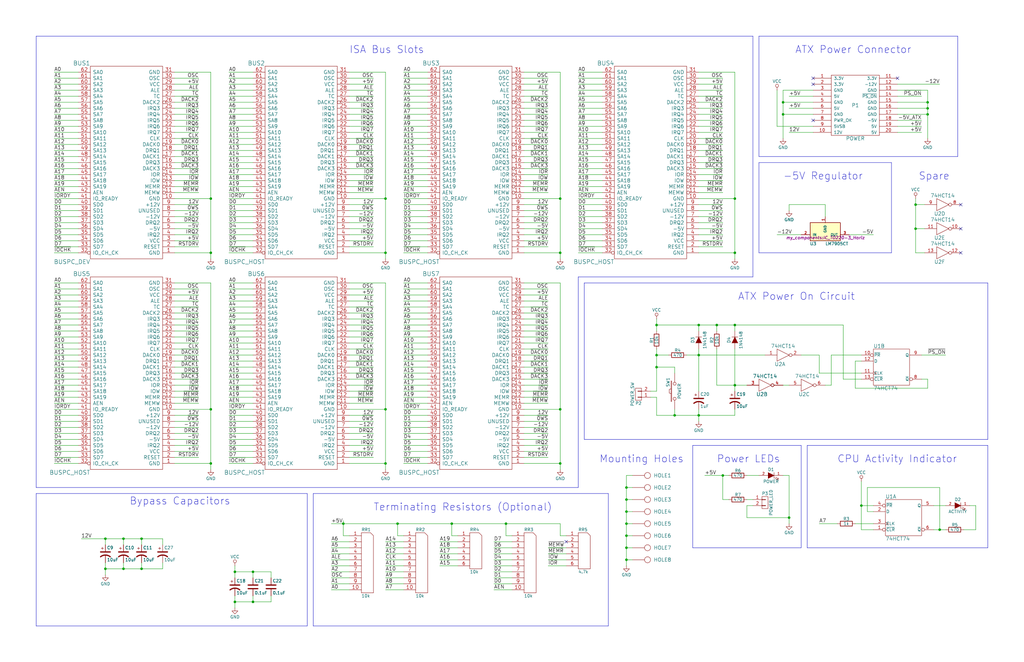
<source format=kicad_sch>
(kicad_sch (version 20230121) (generator eeschema)
  (paper "USLedger")
  (title_block (title "ISA 8-bit Backplane (C) 2017 Sergey Kiselev, GFDL") (date "12 Dec 2017"))
  (junction (at 59.69 240.03))
  (junction (at 304.8 200.66))
  (junction (at -85.09 252.73))
  (junction (at -87.63 217.17))
  (junction (at 330.2 48.26))
  (junction (at 386.08 86.36))
  (junction (at -140.97 240.03))
  (junction (at 88.9 83.82))
  (junction (at -77.47 240.03))
  (junction (at 264.16 205.74))
  (junction (at 106.68 254))
  (junction (at 190.5 220.98))
  (junction (at 309.88 162.56))
  (junction (at 284.48 175.26))
  (junction (at -125.73 229.87))
  (junction (at 391.16 48.26))
  (junction (at 44.45 240.03))
  (junction (at -165.1 76.2))
  (junction (at -125.73 252.73))
  (junction (at 52.07 227.33))
  (junction (at -102.87 217.17))
  (junction (at -76.2 101.6))
  (junction (at -140.97 229.87))
  (junction (at -133.35 229.87))
  (junction (at 391.16 45.72))
  (junction (at 396.24 223.52))
  (junction (at 330.2 43.18))
  (junction (at 167.64 220.98))
  (junction (at -69.85 240.03))
  (junction (at -118.11 229.87))
  (junction (at 264.16 226.06))
  (junction (at 391.16 43.18))
  (junction (at -110.49 229.87))
  (junction (at 162.56 195.58))
  (junction (at 276.86 149.86))
  (junction (at 276.86 154.94))
  (junction (at 99.06 254))
  (junction (at 44.45 227.33))
  (junction (at -102.87 229.87))
  (junction (at -85.09 240.03))
  (junction (at -125.73 217.17))
  (junction (at 236.22 83.82))
  (junction (at 99.06 241.3))
  (junction (at 386.08 96.52))
  (junction (at 236.22 172.72))
  (junction (at -125.73 240.03))
  (junction (at 162.56 106.68))
  (junction (at 302.26 137.16))
  (junction (at 294.64 137.16))
  (junction (at 88.9 172.72))
  (junction (at 264.16 215.9))
  (junction (at -87.63 229.87))
  (junction (at 236.22 195.58))
  (junction (at 59.69 227.33))
  (junction (at 276.86 137.16))
  (junction (at 264.16 210.82))
  (junction (at 264.16 220.98))
  (junction (at 52.07 240.03))
  (junction (at -77.47 229.87))
  (junction (at -95.25 217.17))
  (junction (at 363.22 213.36))
  (junction (at -140.97 217.17))
  (junction (at -110.49 217.17))
  (junction (at 309.88 137.16))
  (junction (at 294.64 149.86))
  (junction (at 236.22 106.68))
  (junction (at 309.88 83.82))
  (junction (at 294.64 175.26))
  (junction (at -133.35 217.17))
  (junction (at 213.36 220.98))
  (junction (at -118.11 217.17))
  (junction (at -140.97 252.73))
  (junction (at 309.88 106.68))
  (junction (at -69.85 252.73))
  (junction (at 106.68 241.3))
  (junction (at -77.47 252.73))
  (junction (at 264.16 236.22))
  (junction (at 88.9 106.68))
  (junction (at -76.2 78.74))
  (junction (at 162.56 172.72))
  (junction (at -77.47 217.17))
  (junction (at -133.35 240.03))
  (junction (at 332.74 218.44))
  (junction (at -95.25 229.87))
  (junction (at 162.56 83.82))
  (junction (at 144.78 220.98))
  (junction (at 264.16 231.14))
  (junction (at 88.9 195.58))
  (junction (at -165.1 99.06))
  (junction (at -133.35 252.73))
  (no_connect (at 405.13 106.68))
  (no_connect (at 238.76 228.6))
  (no_connect (at 378.46 33.02))
  (no_connect (at 342.9 50.8))
  (no_connect (at 342.9 35.56))
  (no_connect (at 405.13 96.52))
  (no_connect (at 405.13 86.36))
  (no_connect (at 342.9 33.02))
  (wire (pts (xy 106.68 104.14) (xy 96.52 104.14)))
  (wire (pts (xy 88.9 106.68) (xy 73.66 106.68)))
  (wire (pts (xy 363.22 203.2) (xy 363.22 213.36)))
  (wire (pts (xy 391.16 38.1) (xy 391.16 43.18)))
  (wire (pts (xy 88.9 195.58) (xy 88.9 198.12)))
  (wire (pts (xy -132.08 50.8) (xy -142.24 50.8)))
  (wire (pts (xy -102.87 217.17) (xy -95.25 217.17)))
  (wire (pts (xy 88.9 172.72) (xy 88.9 195.58)))
  (wire (pts (xy 391.16 38.1) (xy 378.46 38.1)))
  (wire (pts (xy 220.98 40.64) (xy 231.14 40.64)))
  (wire (pts (xy 73.66 30.48) (xy 88.9 30.48)))
  (wire (pts (xy -220.98 30.48) (xy -231.14 30.48)))
  (wire (pts (xy -220.98 78.74) (xy -231.14 78.74)))
  (wire (pts (xy 106.68 157.48) (xy 96.52 157.48)))
  (wire (pts (xy 33.02 167.64) (xy 22.86 167.64)))
  (wire (pts (xy 106.68 76.2) (xy 96.52 76.2)))
  (wire (pts (xy 73.66 187.96) (xy 83.82 187.96)))
  (wire (pts (xy 180.34 104.14) (xy 170.18 104.14)))
  (wire (pts (xy 294.64 88.9) (xy 304.8 88.9)))
  (wire (pts (xy -220.98 88.9) (xy -231.14 88.9)))
  (wire (pts (xy 220.98 182.88) (xy 231.14 182.88)))
  (wire (pts (xy 368.3 220.98) (xy 360.68 220.98)))
  (polyline (pts (xy 320.04 106.68) (xy 375.92 106.68)))
  (wire (pts (xy 220.98 160.02) (xy 231.14 160.02)))
  (wire (pts (xy -220.98 38.1) (xy -231.14 38.1)))
  (wire (pts (xy 162.56 106.68) (xy 147.32 106.68)))
  (wire (pts (xy 114.3 241.3) (xy 114.3 243.84)))
  (wire (pts (xy 180.34 180.34) (xy 170.18 180.34)))
  (wire (pts (xy -118.11 229.87) (xy -118.11 227.33)))
  (wire (pts (xy 276.86 167.64) (xy 274.32 167.64)))
  (wire (pts (xy 365.76 205.74) (xy 396.24 205.74)))
  (polyline (pts (xy 292.1 231.14) (xy 337.82 231.14)))
  (wire (pts (xy 162.56 172.72) (xy 162.56 195.58)))
  (wire (pts (xy 332.74 218.44) (xy 314.96 218.44)))
  (wire (pts (xy 294.64 137.16) (xy 302.26 137.16)))
  (wire (pts (xy 73.66 142.24) (xy 83.82 142.24)))
  (wire (pts (xy 294.64 45.72) (xy 304.8 45.72)))
  (wire (pts (xy 220.98 172.72) (xy 236.22 172.72)))
  (wire (pts (xy 378.46 40.64) (xy 388.62 40.64)))
  (wire (pts (xy 170.18 226.06) (xy 167.64 226.06)))
  (wire (pts (xy 309.88 106.68) (xy 294.64 106.68)))
  (wire (pts (xy 59.69 227.33) (xy 68.58 227.33)))
  (polyline (pts (xy 337.82 187.96) (xy 337.82 231.14)))
  (wire (pts (xy 106.68 30.48) (xy 96.52 30.48)))
  (wire (pts (xy 330.2 43.18) (xy 342.9 43.18)))
  (wire (pts (xy 294.64 83.82) (xy 309.88 83.82)))
  (wire (pts (xy 52.07 227.33) (xy 59.69 227.33)))
  (wire (pts (xy 73.66 78.74) (xy 83.82 78.74)))
  (wire (pts (xy 276.86 154.94) (xy 276.86 165.1)))
  (wire (pts (xy 167.64 226.06) (xy 167.64 220.98)))
  (wire (pts (xy 147.32 55.88) (xy 157.48 55.88)))
  (wire (pts (xy 33.02 165.1) (xy 22.86 165.1)))
  (wire (pts (xy 254 30.48) (xy 243.84 30.48)))
  (wire (pts (xy 220.98 129.54) (xy 231.14 129.54)))
  (wire (pts (xy 254 58.42) (xy 243.84 58.42)))
  (wire (pts (xy -180.34 50.8) (xy -170.18 50.8)))
  (wire (pts (xy 73.66 165.1) (xy 83.82 165.1)))
  (wire (pts (xy 264.16 200.66) (xy 266.7 200.66)))
  (wire (pts (xy 147.32 152.4) (xy 157.48 152.4)))
  (wire (pts (xy 147.32 177.8) (xy 157.48 177.8)))
  (wire (pts (xy -148.59 240.03) (xy -148.59 242.57)))
  (wire (pts (xy 147.32 99.06) (xy 157.48 99.06)))
  (wire (pts (xy 83.82 101.6) (xy 73.66 101.6)))
  (wire (pts (xy 289.56 149.86) (xy 294.64 149.86)))
  (wire (pts (xy 342.9 45.72) (xy 332.74 45.72)))
  (wire (pts (xy 391.16 45.72) (xy 378.46 45.72)))
  (wire (pts (xy -85.09 252.73) (xy -77.47 252.73)))
  (wire (pts (xy 294.64 55.88) (xy 304.8 55.88)))
  (wire (pts (xy 180.34 76.2) (xy 170.18 76.2)))
  (wire (pts (xy -220.98 60.96) (xy -231.14 60.96)))
  (wire (pts (xy 236.22 30.48) (xy 236.22 83.82)))
  (wire (pts (xy 147.32 236.22) (xy 139.7 236.22)))
  (wire (pts (xy 44.45 229.87) (xy 44.45 227.33)))
  (wire (pts (xy -132.08 99.06) (xy -142.24 99.06)))
  (wire (pts (xy -91.44 50.8) (xy -81.28 50.8)))
  (wire (pts (xy -132.08 25.4) (xy -142.24 25.4)))
  (wire (pts (xy 33.02 152.4) (xy 22.86 152.4)))
  (wire (pts (xy 33.02 53.34) (xy 22.86 53.34)))
  (wire (pts (xy -148.59 217.17) (xy -140.97 217.17)))
  (wire (pts (xy 309.88 147.32) (xy 309.88 162.56)))
  (wire (pts (xy -91.44 25.4) (xy -76.2 25.4)))
  (wire (pts (xy -180.34 48.26) (xy -170.18 48.26)))
  (wire (pts (xy 180.34 124.46) (xy 170.18 124.46)))
  (polyline (pts (xy 340.36 187.96) (xy 416.56 187.96)))
  (wire (pts (xy 220.98 68.58) (xy 231.14 68.58)))
  (wire (pts (xy 220.98 193.04) (xy 231.14 193.04)))
  (wire (pts (xy 96.52 170.18) (xy 106.68 170.18)))
  (wire (pts (xy -76.2 78.74) (xy -76.2 101.6)))
  (wire (pts (xy 33.02 185.42) (xy 22.86 185.42)))
  (wire (pts (xy 294.64 30.48) (xy 309.88 30.48)))
  (wire (pts (xy -125.73 217.17) (xy -118.11 217.17)))
  (wire (pts (xy -220.98 50.8) (xy -231.14 50.8)))
  (wire (pts (xy -76.2 25.4) (xy -76.2 78.74)))
  (wire (pts (xy -180.34 33.02) (xy -170.18 33.02)))
  (wire (pts (xy 276.86 149.86) (xy 276.86 154.94)))
  (wire (pts (xy 180.34 187.96) (xy 170.18 187.96)))
  (wire (pts (xy 33.02 132.08) (xy 22.86 132.08)))
  (wire (pts (xy 309.88 106.68) (xy 309.88 109.22)))
  (wire (pts (xy -148.59 240.03) (xy -140.97 240.03)))
  (wire (pts (xy -125.73 229.87) (xy -125.73 227.33)))
  (wire (pts (xy -140.97 240.03) (xy -140.97 242.57)))
  (wire (pts (xy -133.35 229.87) (xy -125.73 229.87)))
  (wire (pts (xy 52.07 240.03) (xy 59.69 240.03)))
  (wire (pts (xy 350.52 149.86) (xy 350.52 162.56)))
  (wire (pts (xy 106.68 86.36) (xy 96.52 86.36)))
  (wire (pts (xy 73.66 91.44) (xy 83.82 91.44)))
  (wire (pts (xy 147.32 233.68) (xy 139.7 233.68)))
  (wire (pts (xy -140.97 252.73) (xy -140.97 250.19)))
  (wire (pts (xy 73.66 40.64) (xy 83.82 40.64)))
  (wire (pts (xy -231.14 99.06) (xy -220.98 99.06)))
  (wire (pts (xy -91.44 40.64) (xy -81.28 40.64)))
  (wire (pts (xy 264.16 205.74) (xy 264.16 210.82)))
  (wire (pts (xy 363.22 223.52) (xy 368.3 223.52)))
  (polyline (pts (xy 403.86 15.24) (xy 403.86 66.04)))
  (wire (pts (xy 220.98 66.04) (xy 231.14 66.04)))
  (wire (pts (xy 391.16 160.02) (xy 388.62 160.02)))
  (wire (pts (xy 220.98 53.34) (xy 231.14 53.34)))
  (wire (pts (xy -110.49 229.87) (xy -102.87 229.87)))
  (wire (pts (xy 180.34 40.64) (xy 170.18 40.64)))
  (wire (pts (xy 73.66 129.54) (xy 83.82 129.54)))
  (wire (pts (xy -91.44 35.56) (xy -81.28 35.56)))
  (wire (pts (xy -140.97 217.17) (xy -140.97 219.71)))
  (wire (pts (xy 284.48 175.26) (xy 284.48 172.72)))
  (wire (pts (xy 106.68 121.92) (xy 96.52 121.92)))
  (wire (pts (xy 254 55.88) (xy 243.84 55.88)))
  (polyline (pts (xy 340.36 231.14) (xy 340.36 187.96)))
  (wire (pts (xy 236.22 83.82) (xy 220.98 83.82)))
  (wire (pts (xy 180.34 162.56) (xy 170.18 162.56)))
  (wire (pts (xy -180.34 22.86) (xy -165.1 22.86)))
  (wire (pts (xy -125.73 252.73) (xy -116.84 252.73)))
  (wire (pts (xy -132.08 63.5) (xy -142.24 63.5)))
  (wire (pts (xy -220.98 35.56) (xy -231.14 35.56)))
  (wire (pts (xy 88.9 195.58) (xy 73.66 195.58)))
  (wire (pts (xy -125.73 252.73) (xy -125.73 250.19)))
  (wire (pts (xy 276.86 134.62) (xy 276.86 137.16)))
  (wire (pts (xy -77.47 229.87) (xy -77.47 227.33)))
  (wire (pts (xy -116.84 240.03) (xy -116.84 242.57)))
  (wire (pts (xy 180.34 48.26) (xy 170.18 48.26)))
  (wire (pts (xy 106.68 91.44) (xy 96.52 91.44)))
  (wire (pts (xy -180.34 55.88) (xy -170.18 55.88)))
  (wire (pts (xy 236.22 226.06) (xy 236.22 220.98)))
  (wire (pts (xy 180.34 142.24) (xy 170.18 142.24)))
  (wire (pts (xy 73.66 144.78) (xy 83.82 144.78)))
  (wire (pts (xy 33.02 104.14) (xy 22.86 104.14)))
  (wire (pts (xy 73.66 33.02) (xy 83.82 33.02)))
  (wire (pts (xy -180.34 86.36) (xy -170.18 86.36)))
  (wire (pts (xy -95.25 252.73) (xy -85.09 252.73)))
  (wire (pts (xy 106.68 251.46) (xy 106.68 254)))
  (wire (pts (xy 190.5 226.06) (xy 190.5 220.98)))
  (wire (pts (xy 302.26 137.16) (xy 309.88 137.16)))
  (wire (pts (xy 302.26 137.16) (xy 302.26 139.7)))
  (wire (pts (xy 33.02 193.04) (xy 22.86 193.04)))
  (wire (pts (xy 147.32 60.96) (xy 157.48 60.96)))
  (wire (pts (xy 276.86 147.32) (xy 276.86 149.86)))
  (wire (pts (xy 33.02 121.92) (xy 22.86 121.92)))
  (wire (pts (xy 254 48.26) (xy 243.84 48.26)))
  (wire (pts (xy -180.34 73.66) (xy -170.18 73.66)))
  (wire (pts (xy -231.14 76.2) (xy -220.98 76.2)))
  (wire (pts (xy -140.97 227.33) (xy -140.97 229.87)))
  (wire (pts (xy 294.64 93.98) (xy 304.8 93.98)))
  (wire (pts (xy 220.98 50.8) (xy 231.14 50.8)))
  (wire (pts (xy 294.64 99.06) (xy 304.8 99.06)))
  (wire (pts (xy 73.66 172.72) (xy 88.9 172.72)))
  (wire (pts (xy 309.88 137.16) (xy 309.88 139.7)))
  (polyline (pts (xy 15.24 205.74) (xy 15.24 15.24)))
  (wire (pts (xy 96.52 106.68) (xy 106.68 106.68)))
  (wire (pts (xy 236.22 106.68) (xy 220.98 106.68)))
  (wire (pts (xy 220.98 60.96) (xy 231.14 60.96)))
  (wire (pts (xy 220.98 76.2) (xy 231.14 76.2)))
  (wire (pts (xy 33.02 157.48) (xy 22.86 157.48)))
  (wire (pts (xy 294.64 71.12) (xy 304.8 71.12)))
  (wire (pts (xy 342.9 40.64) (xy 332.74 40.64)))
  (wire (pts (xy 33.02 177.8) (xy 22.86 177.8)))
  (polyline (pts (xy 320.04 15.24) (xy 403.86 15.24)))
  (wire (pts (xy 73.66 83.82) (xy 88.9 83.82)))
  (wire (pts (xy 147.32 43.18) (xy 157.48 43.18)))
  (wire (pts (xy 157.48 190.5) (xy 147.32 190.5)))
  (wire (pts (xy 73.66 134.62) (xy 83.82 134.62)))
  (wire (pts (xy 345.44 157.48) (xy 345.44 149.86)))
  (wire (pts (xy 294.64 147.32) (xy 294.64 149.86)))
  (wire (pts (xy -140.97 217.17) (xy -133.35 217.17)))
  (wire (pts (xy 360.68 163.83) (xy 391.16 163.83)))
  (wire (pts (xy 236.22 195.58) (xy 220.98 195.58)))
  (wire (pts (xy 106.68 160.02) (xy 96.52 160.02)))
  (wire (pts (xy 33.02 66.04) (xy 22.86 66.04)))
  (wire (pts (xy 220.98 149.86) (xy 231.14 149.86)))
  (wire (pts (xy -91.44 48.26) (xy -81.28 48.26)))
  (polyline (pts (xy 292.1 187.96) (xy 292.1 231.14)))
  (wire (pts (xy 33.02 137.16) (xy 22.86 137.16)))
  (wire (pts (xy 33.02 127) (xy 22.86 127)))
  (wire (pts (xy 254 78.74) (xy 243.84 78.74)))
  (wire (pts (xy 33.02 60.96) (xy 22.86 60.96)))
  (wire (pts (xy 294.64 149.86) (xy 322.58 149.86)))
  (wire (pts (xy 52.07 237.49) (xy 52.07 240.03)))
  (wire (pts (xy 378.46 53.34) (xy 388.62 53.34)))
  (wire (pts (xy 33.02 68.58) (xy 22.86 68.58)))
  (wire (pts (xy 309.88 162.56) (xy 314.96 162.56)))
  (wire (pts (xy 106.68 154.94) (xy 96.52 154.94)))
  (wire (pts (xy -91.44 27.94) (xy -81.28 27.94)))
  (polyline (pts (xy 15.24 15.24) (xy 317.5 15.24)))
  (wire (pts (xy 147.32 228.6) (xy 139.7 228.6)))
  (wire (pts (xy 106.68 137.16) (xy 96.52 137.16)))
  (wire (pts (xy -91.44 63.5) (xy -81.28 63.5)))
  (wire (pts (xy 106.68 129.54) (xy 96.52 129.54)))
  (wire (pts (xy -77.47 217.17) (xy -67.31 217.17)))
  (wire (pts (xy 106.68 96.52) (xy 96.52 96.52)))
  (wire (pts (xy 106.68 88.9) (xy 96.52 88.9)))
  (wire (pts (xy 33.02 50.8) (xy 22.86 50.8)))
  (wire (pts (xy 73.66 193.04) (xy 83.82 193.04)))
  (wire (pts (xy 264.16 210.82) (xy 264.16 215.9)))
  (polyline (pts (xy 15.24 264.16) (xy 15.24 208.28)))
  (wire (pts (xy 106.68 175.26) (xy 96.52 175.26)))
  (wire (pts (xy 215.9 248.92) (xy 208.28 248.92)))
  (wire (pts (xy 147.32 165.1) (xy 157.48 165.1)))
  (wire (pts (xy 68.58 227.33) (xy 68.58 229.87)))
  (wire (pts (xy 106.68 43.18) (xy 96.52 43.18)))
  (wire (pts (xy 368.3 213.36) (xy 363.22 213.36)))
  (wire (pts (xy 180.34 129.54) (xy 170.18 129.54)))
  (wire (pts (xy 264.16 200.66) (xy 264.16 205.74)))
  (wire (pts (xy 73.66 160.02) (xy 83.82 160.02)))
  (wire (pts (xy 386.08 83.82) (xy 386.08 86.36)))
  (wire (pts (xy -165.1 99.06) (xy -165.1 101.6)))
  (wire (pts (xy 220.98 99.06) (xy 231.14 99.06)))
  (wire (pts (xy 88.9 106.68) (xy 88.9 109.22)))
  (wire (pts (xy 220.98 86.36) (xy 231.14 86.36)))
  (wire (pts (xy 73.66 48.26) (xy 83.82 48.26)))
  (wire (pts (xy 215.9 238.76) (xy 208.28 238.76)))
  (wire (pts (xy 411.48 223.52) (xy 406.4 223.52)))
  (wire (pts (xy 162.56 195.58) (xy 162.56 198.12)))
  (wire (pts (xy 147.32 246.38) (xy 139.7 246.38)))
  (wire (pts (xy 106.68 132.08) (xy 96.52 132.08)))
  (wire (pts (xy 180.34 134.62) (xy 170.18 134.62)))
  (wire (pts (xy 254 91.44) (xy 243.84 91.44)))
  (wire (pts (xy 231.14 124.46) (xy 220.98 124.46)))
  (wire (pts (xy 314.96 213.36) (xy 317.5 213.36)))
  (wire (pts (xy 33.02 78.74) (xy 22.86 78.74)))
  (wire (pts (xy 332.74 88.9) (xy 332.74 86.36)))
  (wire (pts (xy 365.76 215.9) (xy 365.76 205.74)))
  (wire (pts (xy 294.64 78.74) (xy 304.8 78.74)))
  (wire (pts (xy 327.66 53.34) (xy 342.9 53.34)))
  (wire (pts (xy 220.98 132.08) (xy 231.14 132.08)))
  (wire (pts (xy 106.68 45.72) (xy 96.52 45.72)))
  (wire (pts (xy 180.34 43.18) (xy 170.18 43.18)))
  (wire (pts (xy 332.74 218.44) (xy 332.74 220.98)))
  (wire (pts (xy 33.02 55.88) (xy 22.86 55.88)))
  (wire (pts (xy 294.64 43.18) (xy 304.8 43.18)))
  (wire (pts (xy -220.98 66.04) (xy -231.14 66.04)))
  (wire (pts (xy 180.34 157.48) (xy 170.18 157.48)))
  (wire (pts (xy 33.02 124.46) (xy 22.86 124.46)))
  (wire (pts (xy 73.66 177.8) (xy 83.82 177.8)))
  (wire (pts (xy -142.24 76.2) (xy -132.08 76.2)))
  (wire (pts (xy -180.34 71.12) (xy -170.18 71.12)))
  (wire (pts (xy 33.02 190.5) (xy 22.86 190.5)))
  (wire (pts (xy -180.34 58.42) (xy -170.18 58.42)))
  (wire (pts (xy 147.32 139.7) (xy 157.48 139.7)))
  (polyline (pts (xy 403.86 66.04) (xy 320.04 66.04)))
  (wire (pts (xy 162.56 119.38) (xy 162.56 172.72)))
  (wire (pts (xy 220.98 170.18) (xy 231.14 170.18)))
  (wire (pts (xy 398.78 213.36) (xy 393.7 213.36)))
  (polyline (pts (xy 292.1 187.96) (xy 337.82 187.96)))
  (wire (pts (xy -220.98 81.28) (xy -231.14 81.28)))
  (wire (pts (xy 190.5 220.98) (xy 167.64 220.98)))
  (wire (pts (xy 294.64 53.34) (xy 304.8 53.34)))
  (wire (pts (xy -91.44 60.96) (xy -81.28 60.96)))
  (wire (pts (xy 106.68 142.24) (xy 96.52 142.24)))
  (wire (pts (xy -220.98 22.86) (xy -231.14 22.86)))
  (wire (pts (xy 22.86 106.68) (xy 33.02 106.68)))
  (wire (pts (xy 294.64 104.14) (xy 304.8 104.14)))
  (wire (pts (xy 73.66 119.38) (xy 88.9 119.38)))
  (wire (pts (xy 220.98 175.26) (xy 231.14 175.26)))
  (wire (pts (xy 22.86 170.18) (xy 33.02 170.18)))
  (wire (pts (xy 213.36 226.06) (xy 215.9 226.06)))
  (wire (pts (xy -132.08 86.36) (xy -142.24 86.36)))
  (wire (pts (xy 294.64 68.58) (xy 304.8 68.58)))
  (wire (pts (xy 304.8 200.66) (xy 307.34 200.66)))
  (wire (pts (xy 220.98 165.1) (xy 231.14 165.1)))
  (wire (pts (xy 254 50.8) (xy 243.84 50.8)))
  (wire (pts (xy -81.28 30.48) (xy -91.44 30.48)))
  (wire (pts (xy -142.24 78.74) (xy -132.08 78.74)))
  (wire (pts (xy 170.18 81.28) (xy 180.34 81.28)))
  (wire (pts (xy 294.64 66.04) (xy 304.8 66.04)))
  (wire (pts (xy 309.88 30.48) (xy 309.88 83.82)))
  (wire (pts (xy -180.34 83.82) (xy -170.18 83.82)))
  (wire (pts (xy 264.16 226.06) (xy 264.16 231.14)))
  (wire (pts (xy 144.78 220.98) (xy 139.7 220.98)))
  (wire (pts (xy 220.98 81.28) (xy 231.14 81.28)))
  (wire (pts (xy 391.16 45.72) (xy 391.16 48.26)))
  (wire (pts (xy 33.02 162.56) (xy 22.86 162.56)))
  (wire (pts (xy 147.32 167.64) (xy 157.48 167.64)))
  (wire (pts (xy 147.32 180.34) (xy 157.48 180.34)))
  (wire (pts (xy 391.16 163.83) (xy 391.16 160.02)))
  (wire (pts (xy 73.66 88.9) (xy 83.82 88.9)))
  (wire (pts (xy 180.34 119.38) (xy 170.18 119.38)))
  (wire (pts (xy -81.28 96.52) (xy -91.44 96.52)))
  (wire (pts (xy 106.68 33.02) (xy 96.52 33.02)))
  (wire (pts (xy 180.34 160.02) (xy 170.18 160.02)))
  (wire (pts (xy 170.18 246.38) (xy 162.56 246.38)))
  (wire (pts (xy -91.44 33.02) (xy -81.28 33.02)))
  (wire (pts (xy 180.34 53.34) (xy 170.18 53.34)))
  (wire (pts (xy 106.68 60.96) (xy 96.52 60.96)))
  (wire (pts (xy -132.08 33.02) (xy -142.24 33.02)))
  (polyline (pts (xy 246.38 185.42) (xy 246.38 119.38)))
  (wire (pts (xy -140.97 240.03) (xy -133.35 240.03)))
  (wire (pts (xy 266.7 205.74) (xy 264.16 205.74)))
  (wire (pts (xy 147.32 63.5) (xy 157.48 63.5)))
  (wire (pts (xy 220.98 30.48) (xy 236.22 30.48)))
  (wire (pts (xy 215.9 228.6) (xy 208.28 228.6)))
  (wire (pts (xy -180.34 53.34) (xy -170.18 53.34)))
  (wire (pts (xy 106.68 162.56) (xy 96.52 162.56)))
  (wire (pts (xy 264.16 236.22) (xy 264.16 238.76)))
  (wire (pts (xy 73.66 180.34) (xy 83.82 180.34)))
  (wire (pts (xy -151.13 252.73) (xy -140.97 252.73)))
  (wire (pts (xy -91.44 76.2) (xy -81.28 76.2)))
  (wire (pts (xy 180.34 99.06) (xy 170.18 99.06)))
  (wire (pts (xy 180.34 149.86) (xy 170.18 149.86)))
  (wire (pts (xy 144.78 226.06) (xy 147.32 226.06)))
  (wire (pts (xy 162.56 195.58) (xy 147.32 195.58)))
  (wire (pts (xy 236.22 220.98) (xy 213.36 220.98)))
  (wire (pts (xy 147.32 154.94) (xy 157.48 154.94)))
  (wire (pts (xy 59.69 240.03) (xy 68.58 240.03)))
  (wire (pts (xy 254 38.1) (xy 243.84 38.1)))
  (wire (pts (xy 147.32 121.92) (xy 157.48 121.92)))
  (wire (pts (xy -220.98 91.44) (xy -231.14 91.44)))
  (wire (pts (xy 386.08 86.36) (xy 386.08 96.52)))
  (wire (pts (xy 363.22 157.48) (xy 345.44 157.48)))
  (wire (pts (xy 304.8 210.82) (xy 304.8 200.66)))
  (wire (pts (xy 33.02 73.66) (xy 22.86 73.66)))
  (wire (pts (xy 368.3 215.9) (xy 365.76 215.9)))
  (wire (pts (xy 33.02 99.06) (xy 22.86 99.06)))
  (wire (pts (xy 147.32 86.36) (xy 157.48 86.36)))
  (wire (pts (xy -140.97 229.87) (xy -140.97 232.41)))
  (wire (pts (xy 254 63.5) (xy 243.84 63.5)))
  (wire (pts (xy -77.47 217.17) (xy -77.47 219.71)))
  (wire (pts (xy 44.45 227.33) (xy 52.07 227.33)))
  (wire (pts (xy -220.98 83.82) (xy -231.14 83.82)))
  (wire (pts (xy -91.44 71.12) (xy -81.28 71.12)))
  (wire (pts (xy 193.04 238.76) (xy 185.42 238.76)))
  (wire (pts (xy 106.68 152.4) (xy 96.52 152.4)))
  (wire (pts (xy 393.7 223.52) (xy 396.24 223.52)))
  (wire (pts (xy 106.68 119.38) (xy 96.52 119.38)))
  (wire (pts (xy 180.34 38.1) (xy 170.18 38.1)))
  (wire (pts (xy 147.32 104.14) (xy 157.48 104.14)))
  (wire (pts (xy 391.16 48.26) (xy 391.16 58.42)))
  (wire (pts (xy 33.02 93.98) (xy 22.86 93.98)))
  (wire (pts (xy 106.68 99.06) (xy 96.52 99.06)))
  (wire (pts (xy 220.98 142.24) (xy 231.14 142.24)))
  (wire (pts (xy 59.69 240.03) (xy 59.69 237.49)))
  (wire (pts (xy -91.44 91.44) (xy -81.28 91.44)))
  (wire (pts (xy 147.32 162.56) (xy 157.48 162.56)))
  (wire (pts (xy 106.68 38.1) (xy 96.52 38.1)))
  (wire (pts (xy 147.32 160.02) (xy 157.48 160.02)))
  (wire (pts (xy 220.98 73.66) (xy 231.14 73.66)))
  (wire (pts (xy -91.44 81.28) (xy -81.28 81.28)))
  (wire (pts (xy 276.86 154.94) (xy 284.48 154.94)))
  (wire (pts (xy -102.87 229.87) (xy -95.25 229.87)))
  (wire (pts (xy 266.7 226.06) (xy 264.16 226.06)))
  (wire (pts (xy 254 93.98) (xy 243.84 93.98)))
  (wire (pts (xy 297.18 200.66) (xy 304.8 200.66)))
  (wire (pts (xy -95.25 229.87) (xy -95.25 227.33)))
  (wire (pts (xy 309.88 162.56) (xy 309.88 165.1)))
  (wire (pts (xy 220.98 45.72) (xy 231.14 45.72)))
  (wire (pts (xy -116.84 252.73) (xy -116.84 250.19)))
  (wire (pts (xy 73.66 137.16) (xy 83.82 137.16)))
  (wire (pts (xy -133.35 252.73) (xy -125.73 252.73)))
  (wire (pts (xy -132.08 81.28) (xy -142.24 81.28)))
  (wire (pts (xy -132.08 66.04) (xy -142.24 66.04)))
  (wire (pts (xy 254 40.64) (xy 243.84 40.64)))
  (wire (pts (xy -76.2 101.6) (xy -91.44 101.6)))
  (wire (pts (xy 220.98 139.7) (xy 231.14 139.7)))
  (wire (pts (xy 147.32 231.14) (xy 139.7 231.14)))
  (wire (pts (xy -91.44 45.72) (xy -81.28 45.72)))
  (wire (pts (xy 83.82 35.56) (xy 73.66 35.56)))
  (wire (pts (xy 276.86 137.16) (xy 276.86 139.7)))
  (wire (pts (xy 220.98 58.42) (xy 231.14 58.42)))
  (wire (pts (xy -91.44 68.58) (xy -81.28 68.58)))
  (wire (pts (xy 22.86 172.72) (xy 33.02 172.72)))
  (wire (pts (xy 215.9 236.22) (xy 208.28 236.22)))
  (wire (pts (xy 106.68 241.3) (xy 106.68 243.84)))
  (wire (pts (xy 34.29 227.33) (xy 44.45 227.33)))
  (wire (pts (xy -133.35 240.03) (xy -133.35 242.57)))
  (wire (pts (xy 264.16 220.98) (xy 266.7 220.98)))
  (wire (pts (xy 180.34 86.36) (xy 170.18 86.36)))
  (wire (pts (xy -132.08 40.64) (xy -142.24 40.64)))
  (wire (pts (xy 220.98 137.16) (xy 231.14 137.16)))
  (wire (pts (xy -91.44 88.9) (xy -81.28 88.9)))
  (wire (pts (xy 294.64 33.02) (xy 304.8 33.02)))
  (wire (pts (xy 408.94 213.36) (xy 411.48 213.36)))
  (wire (pts (xy 220.98 134.62) (xy 231.14 134.62)))
  (wire (pts (xy -125.73 217.17) (xy -125.73 219.71)))
  (wire (pts (xy -60.96 240.03) (xy -60.96 242.57)))
  (wire (pts (xy 106.68 193.04) (xy 96.52 193.04)))
  (wire (pts (xy -180.34 30.48) (xy -170.18 30.48)))
  (wire (pts (xy 254 43.18) (xy 243.84 43.18)))
  (wire (pts (xy 294.64 175.26) (xy 294.64 177.8)))
  (wire (pts (xy -125.73 240.03) (xy -125.73 242.57)))
  (wire (pts (xy 99.06 241.3) (xy 99.06 243.84)))
  (wire (pts (xy 73.66 60.96) (xy 83.82 60.96)))
  (wire (pts (xy 162.56 106.68) (xy 162.56 109.22)))
  (wire (pts (xy 73.66 93.98) (xy 83.82 93.98)))
  (wire (pts (xy -118.11 229.87) (xy -110.49 229.87)))
  (wire (pts (xy -91.44 86.36) (xy -81.28 86.36)))
  (wire (pts (xy 254 45.72) (xy 243.84 45.72)))
  (wire (pts (xy 147.32 193.04) (xy 157.48 193.04)))
  (wire (pts (xy -220.98 96.52) (xy -231.14 96.52)))
  (wire (pts (xy 238.76 236.22) (xy 231.14 236.22)))
  (wire (pts (xy -220.98 43.18) (xy -231.14 43.18)))
  (wire (pts (xy 33.02 38.1) (xy 22.86 38.1)))
  (wire (pts (xy -91.44 43.18) (xy -81.28 43.18)))
  (wire (pts (xy -95.25 217.17) (xy -87.63 217.17)))
  (wire (pts (xy 220.98 185.42) (xy 231.14 185.42)))
  (wire (pts (xy 294.64 91.44) (xy 304.8 91.44)))
  (wire (pts (xy -132.08 58.42) (xy -142.24 58.42)))
  (polyline (pts (xy 132.08 264.16) (xy 132.08 208.28)))
  (wire (pts (xy 294.64 172.72) (xy 294.64 175.26)))
  (wire (pts (xy 147.32 157.48) (xy 157.48 157.48)))
  (wire (pts (xy 73.66 182.88) (xy 83.82 182.88)))
  (wire (pts (xy 220.98 91.44) (xy 231.14 91.44)))
  (wire (pts (xy -69.85 252.73) (xy -60.96 252.73)))
  (wire (pts (xy 180.34 63.5) (xy 170.18 63.5)))
  (wire (pts (xy 332.74 200.66) (xy 332.74 218.44)))
  (wire (pts (xy 99.06 251.46) (xy 99.06 254)))
  (wire (pts (xy 284.48 175.26) (xy 294.64 175.26)))
  (wire (pts (xy 106.68 68.58) (xy 96.52 68.58)))
  (polyline (pts (xy 256.54 264.16) (xy 132.08 264.16)))
  (wire (pts (xy 73.66 157.48) (xy 83.82 157.48)))
  (wire (pts (xy -220.98 45.72) (xy -231.14 45.72)))
  (wire (pts (xy 220.98 187.96) (xy 231.14 187.96)))
  (wire (pts (xy 193.04 228.6) (xy 185.42 228.6)))
  (wire (pts (xy 276.86 175.26) (xy 284.48 175.26)))
  (wire (pts (xy 220.98 162.56) (xy 231.14 162.56)))
  (wire (pts (xy 33.02 187.96) (xy 22.86 187.96)))
  (wire (pts (xy 73.66 96.52) (xy 83.82 96.52)))
  (wire (pts (xy 180.34 121.92) (xy 170.18 121.92)))
  (wire (pts (xy 294.64 73.66) (xy 304.8 73.66)))
  (wire (pts (xy 180.34 93.98) (xy 170.18 93.98)))
  (wire (pts (xy 180.34 33.02) (xy 170.18 33.02)))
  (wire (pts (xy 73.66 121.92) (xy 83.82 121.92)))
  (wire (pts (xy 180.34 88.9) (xy 170.18 88.9)))
  (wire (pts (xy 332.74 200.66) (xy 330.2 200.66)))
  (wire (pts (xy 220.98 180.34) (xy 231.14 180.34)))
  (wire (pts (xy 170.18 172.72) (xy 180.34 172.72)))
  (wire (pts (xy 106.68 241.3) (xy 114.3 241.3)))
  (wire (pts (xy 106.68 71.12) (xy 96.52 71.12)))
  (wire (pts (xy 106.68 58.42) (xy 96.52 58.42)))
  (wire (pts (xy 33.02 144.78) (xy 22.86 144.78)))
  (wire (pts (xy 215.9 233.68) (xy 208.28 233.68)))
  (wire (pts (xy 144.78 219.71) (xy 144.78 220.98)))
  (polyline (pts (xy 320.04 66.04) (xy 320.04 15.24)))
  (wire (pts (xy 193.04 233.68) (xy 185.42 233.68)))
  (wire (pts (xy 180.34 152.4) (xy 170.18 152.4)))
  (wire (pts (xy 33.02 88.9) (xy 22.86 88.9)))
  (wire (pts (xy -92.71 240.03) (xy -85.09 240.03)))
  (wire (pts (xy 147.32 185.42) (xy 157.48 185.42)))
  (wire (pts (xy 73.66 149.86) (xy 83.82 149.86)))
  (wire (pts (xy 264.16 231.14) (xy 264.16 236.22)))
  (wire (pts (xy 106.68 127) (xy 96.52 127)))
  (wire (pts (xy -77.47 240.03) (xy -77.47 242.57)))
  (wire (pts (xy 180.34 50.8) (xy 170.18 50.8)))
  (wire (pts (xy -180.34 96.52) (xy -170.18 96.52)))
  (wire (pts (xy 264.16 220.98) (xy 264.16 226.06)))
  (wire (pts (xy 355.6 160.02) (xy 355.6 137.16)))
  (wire (pts (xy 33.02 119.38) (xy 22.86 119.38)))
  (wire (pts (xy 147.32 48.26) (xy 157.48 48.26)))
  (wire (pts (xy -220.98 58.42) (xy -231.14 58.42)))
  (wire (pts (xy 33.02 175.26) (xy 22.86 175.26)))
  (wire (pts (xy 33.02 149.86) (xy 22.86 149.86)))
  (wire (pts (xy -91.44 66.04) (xy -81.28 66.04)))
  (wire (pts (xy 33.02 86.36) (xy 22.86 86.36)))
  (wire (pts (xy 106.68 180.34) (xy 96.52 180.34)))
  (wire (pts (xy -180.34 76.2) (xy -165.1 76.2)))
  (wire (pts (xy 147.32 248.92) (xy 139.7 248.92)))
  (wire (pts (xy 264.16 210.82) (xy 266.7 210.82)))
  (wire (pts (xy 147.32 142.24) (xy 157.48 142.24)))
  (wire (pts (xy 106.68 165.1) (xy 96.52 165.1)))
  (wire (pts (xy 243.84 83.82) (xy 254 83.82)))
  (wire (pts (xy 294.64 58.42) (xy 304.8 58.42)))
  (wire (pts (xy -110.49 229.87) (xy -110.49 227.33)))
  (wire (pts (xy 220.98 104.14) (xy 231.14 104.14)))
  (wire (pts (xy 99.06 254) (xy 99.06 256.54)))
  (wire (pts (xy 238.76 226.06) (xy 236.22 226.06)))
  (wire (pts (xy -69.85 252.73) (xy -69.85 250.19)))
  (wire (pts (xy 220.98 93.98) (xy 231.14 93.98)))
  (wire (pts (xy 73.66 185.42) (xy 83.82 185.42)))
  (polyline (pts (xy 320.04 68.58) (xy 320.04 106.68)))
  (wire (pts (xy 220.98 78.74) (xy 231.14 78.74)))
  (wire (pts (xy 88.9 30.48) (xy 88.9 83.82)))
  (wire (pts (xy -91.44 99.06) (xy -81.28 99.06)))
  (polyline (pts (xy 129.54 264.16) (xy 15.24 264.16)))
  (wire (pts (xy -85.09 252.73) (xy -85.09 250.19)))
  (wire (pts (xy 73.66 162.56) (xy 83.82 162.56)))
  (wire (pts (xy 294.64 63.5) (xy 304.8 63.5)))
  (wire (pts (xy 147.32 78.74) (xy 157.48 78.74)))
  (wire (pts (xy 180.34 45.72) (xy 170.18 45.72)))
  (wire (pts (xy 106.68 147.32) (xy 96.52 147.32)))
  (wire (pts (xy 33.02 182.88) (xy 22.86 182.88)))
  (wire (pts (xy -180.34 40.64) (xy -170.18 40.64)))
  (wire (pts (xy 147.32 175.26) (xy 157.48 175.26)))
  (wire (pts (xy 276.86 137.16) (xy 294.64 137.16)))
  (wire (pts (xy 304.8 101.6) (xy 294.64 101.6)))
  (polyline (pts (xy 416.56 119.38) (xy 246.38 119.38)))
  (wire (pts (xy -180.34 66.04) (xy -170.18 66.04)))
  (wire (pts (xy 391.16 43.18) (xy 391.16 45.72)))
  (wire (pts (xy 106.68 177.8) (xy 96.52 177.8)))
  (wire (pts (xy 347.98 86.36) (xy 347.98 91.44)))
  (wire (pts (xy 73.66 127) (xy 83.82 127)))
  (wire (pts (xy 73.66 71.12) (xy 83.82 71.12)))
  (wire (pts (xy 193.04 231.14) (xy 185.42 231.14)))
  (wire (pts (xy 83.82 190.5) (xy 73.66 190.5)))
  (wire (pts (xy 307.34 210.82) (xy 304.8 210.82)))
  (wire (pts (xy -91.44 73.66) (xy -81.28 73.66)))
  (wire (pts (xy 180.34 60.96) (xy 170.18 60.96)))
  (wire (pts (xy 264.16 231.14) (xy 266.7 231.14)))
  (wire (pts (xy 215.9 231.14) (xy 208.28 231.14)))
  (wire (pts (xy -170.18 27.94) (xy -180.34 27.94)))
  (wire (pts (xy 33.02 43.18) (xy 22.86 43.18)))
  (wire (pts (xy -220.98 25.4) (xy -231.14 25.4)))
  (wire (pts (xy 144.78 220.98) (xy 144.78 226.06)))
  (wire (pts (xy -133.35 240.03) (xy -125.73 240.03)))
  (wire (pts (xy -87.63 217.17) (xy -77.47 217.17)))
  (wire (pts (xy 147.32 81.28) (xy 157.48 81.28)))
  (wire (pts (xy 170.18 170.18) (xy 180.34 170.18)))
  (wire (pts (xy 106.68 254) (xy 114.3 254)))
  (wire (pts (xy 386.08 106.68) (xy 389.89 106.68)))
  (wire (pts (xy -91.44 55.88) (xy -81.28 55.88)))
  (wire (pts (xy -140.97 252.73) (xy -133.35 252.73)))
  (wire (pts (xy 73.66 81.28) (xy 83.82 81.28)))
  (wire (pts (xy -87.63 229.87) (xy -77.47 229.87)))
  (wire (pts (xy 180.34 66.04) (xy 170.18 66.04)))
  (wire (pts (xy 147.32 243.84) (xy 139.7 243.84)))
  (wire (pts (xy 106.68 144.78) (xy 96.52 144.78)))
  (polyline (pts (xy 416.56 185.42) (xy 246.38 185.42)))
  (wire (pts (xy -87.63 229.87) (xy -87.63 227.33)))
  (wire (pts (xy -133.35 227.33) (xy -133.35 229.87)))
  (wire (pts (xy 254 60.96) (xy 243.84 60.96)))
  (wire (pts (xy 147.32 147.32) (xy 157.48 147.32)))
  (wire (pts (xy 254 96.52) (xy 243.84 96.52)))
  (wire (pts (xy -91.44 83.82) (xy -81.28 83.82)))
  (wire (pts (xy -85.09 240.03) (xy -85.09 242.57)))
  (wire (pts (xy 294.64 149.86) (xy 294.64 165.1)))
  (wire (pts (xy 33.02 45.72) (xy 22.86 45.72)))
  (wire (pts (xy 33.02 33.02) (xy 22.86 33.02)))
  (wire (pts (xy 180.34 165.1) (xy 170.18 165.1)))
  (wire (pts (xy 44.45 240.03) (xy 52.07 240.03)))
  (wire (pts (xy -102.87 229.87) (xy -102.87 227.33)))
  (wire (pts (xy 180.34 101.6) (xy 170.18 101.6)))
  (wire (pts (xy 220.98 88.9) (xy 231.14 88.9)))
  (wire (pts (xy 180.34 58.42) (xy 170.18 58.42)))
  (wire (pts (xy 52.07 227.33) (xy 52.07 229.87)))
  (polyline (pts (xy 256.54 208.28) (xy 256.54 264.16)))
  (wire (pts (xy 294.64 86.36) (xy 304.8 86.36)))
  (wire (pts (xy 106.68 190.5) (xy 96.52 190.5)))
  (wire (pts (xy 332.74 86.36) (xy 347.98 86.36)))
  (wire (pts (xy -132.08 55.88) (xy -142.24 55.88)))
  (wire (pts (xy 96.52 81.28) (xy 106.68 81.28)))
  (wire (pts (xy -132.08 83.82) (xy -142.24 83.82)))
  (wire (pts (xy 162.56 83.82) (xy 162.56 106.68)))
  (wire (pts (xy 147.32 119.38) (xy 162.56 119.38)))
  (wire (pts (xy 254 35.56) (xy 243.84 35.56)))
  (wire (pts (xy 33.02 30.48) (xy 22.86 30.48)))
  (wire (pts (xy -92.71 240.03) (xy -92.71 242.57)))
  (wire (pts (xy 215.9 241.3) (xy 208.28 241.3)))
  (wire (pts (xy -132.08 68.58) (xy -142.24 68.58)))
  (wire (pts (xy 73.66 68.58) (xy 83.82 68.58)))
  (wire (pts (xy 99.06 241.3) (xy 106.68 241.3)))
  (wire (pts (xy 254 76.2) (xy 243.84 76.2)))
  (wire (pts (xy 220.98 119.38) (xy 236.22 119.38)))
  (wire (pts (xy 33.02 147.32) (xy 22.86 147.32)))
  (wire (pts (xy 180.34 96.52) (xy 170.18 96.52)))
  (wire (pts (xy -132.08 30.48) (xy -142.24 30.48)))
  (wire (pts (xy 106.68 53.34) (xy 96.52 53.34)))
  (wire (pts (xy 314.96 218.44) (xy 314.96 213.36)))
  (wire (pts (xy 147.32 76.2) (xy 157.48 76.2)))
  (wire (pts (xy -95.25 229.87) (xy -87.63 229.87)))
  (wire (pts (xy 254 33.02) (xy 243.84 33.02)))
  (wire (pts (xy 106.68 134.62) (xy 96.52 134.62)))
  (wire (pts (xy 157.48 124.46) (xy 147.32 124.46)))
  (wire (pts (xy 294.64 96.52) (xy 304.8 96.52)))
  (wire (pts (xy 170.18 238.76) (xy 162.56 238.76)))
  (wire (pts (xy 180.34 147.32) (xy 170.18 147.32)))
  (polyline (pts (xy 375.92 68.58) (xy 320.04 68.58)))
  (wire (pts (xy 106.68 139.7) (xy 96.52 139.7)))
  (wire (pts (xy -132.08 88.9) (xy -142.24 88.9)))
  (wire (pts (xy 363.22 160.02) (xy 355.6 160.02)))
  (wire (pts (xy 73.66 167.64) (xy 83.82 167.64)))
  (wire (pts (xy 215.9 243.84) (xy 208.28 243.84)))
  (wire (pts (xy -132.08 43.18) (xy -142.24 43.18)))
  (wire (pts (xy 180.34 193.04) (xy 170.18 193.04)))
  (wire (pts (xy 180.34 137.16) (xy 170.18 137.16)))
  (wire (pts (xy 33.02 91.44) (xy 22.86 91.44)))
  (wire (pts (xy -165.1 76.2) (xy -165.1 99.06)))
  (wire (pts (xy -132.08 35.56) (xy -142.24 35.56)))
  (wire (pts (xy 73.66 175.26) (xy 83.82 175.26)))
  (polyline (pts (xy 243.84 205.74) (xy 243.84 116.84)))
  (wire (pts (xy 147.32 66.04) (xy 157.48 66.04)))
  (wire (pts (xy 147.32 30.48) (xy 162.56 30.48)))
  (wire (pts (xy -132.08 96.52) (xy -142.24 96.52)))
  (wire (pts (xy 147.32 96.52) (xy 157.48 96.52)))
  (wire (pts (xy 180.34 91.44) (xy 170.18 91.44)))
  (wire (pts (xy -118.11 217.17) (xy -110.49 217.17)))
  (wire (pts (xy 220.98 177.8) (xy 231.14 177.8)))
  (wire (pts (xy 294.64 50.8) (xy 304.8 50.8)))
  (wire (pts (xy 386.08 96.52) (xy 386.08 106.68)))
  (wire (pts (xy 33.02 142.24) (xy 22.86 142.24)))
  (wire (pts (xy 396.24 205.74) (xy 396.24 223.52)))
  (wire (pts (xy 106.68 50.8) (xy 96.52 50.8)))
  (wire (pts (xy 106.68 167.64) (xy 96.52 167.64)))
  (wire (pts (xy -220.98 71.12) (xy -231.14 71.12)))
  (wire (pts (xy 73.66 45.72) (xy 83.82 45.72)))
  (wire (pts (xy 22.86 83.82) (xy 33.02 83.82)))
  (wire (pts (xy 114.3 254) (xy 114.3 251.46)))
  (wire (pts (xy 236.22 172.72) (xy 236.22 195.58)))
  (wire (pts (xy 411.48 213.36) (xy 411.48 223.52)))
  (wire (pts (xy 147.32 241.3) (xy 139.7 241.3)))
  (wire (pts (xy 73.66 170.18) (xy 83.82 170.18)))
  (wire (pts (xy 337.82 99.06) (xy 327.66 99.06)))
  (wire (pts (xy 147.32 187.96) (xy 157.48 187.96)))
  (wire (pts (xy 231.14 101.6) (xy 220.98 101.6)))
  (wire (pts (xy 147.32 93.98) (xy 157.48 93.98)))
  (wire (pts (xy 276.86 175.26) (xy 276.86 167.64)))
  (wire (pts (xy 44.45 240.03) (xy 44.45 242.57)))
  (wire (pts (xy 73.66 99.06) (xy 83.82 99.06)))
  (polyline (pts (xy 416.56 187.96) (xy 416.56 231.14)))
  (wire (pts (xy 170.18 233.68) (xy 162.56 233.68)))
  (wire (pts (xy -180.34 63.5) (xy -170.18 63.5)))
  (wire (pts (xy 147.32 50.8) (xy 157.48 50.8)))
  (wire (pts (xy 276.86 149.86) (xy 281.94 149.86)))
  (wire (pts (xy 73.66 154.94) (xy 83.82 154.94)))
  (wire (pts (xy -95.25 217.17) (xy -95.25 219.71)))
  (wire (pts (xy 106.68 182.88) (xy 96.52 182.88)))
  (polyline (pts (xy 243.84 205.74) (xy 15.24 205.74)))
  (wire (pts (xy 180.34 127) (xy 170.18 127)))
  (wire (pts (xy -133.35 217.17) (xy -133.35 219.71)))
  (wire (pts (xy 33.02 76.2) (xy 22.86 76.2)))
  (wire (pts (xy 238.76 238.76) (xy 231.14 238.76)))
  (polyline (pts (xy 416.56 185.42) (xy 416.56 119.38)))
  (wire (pts (xy -142.24 101.6) (xy -132.08 101.6)))
  (wire (pts (xy -132.08 93.98) (xy -142.24 93.98)))
  (wire (pts (xy 391.16 48.26) (xy 378.46 48.26)))
  (wire (pts (xy 68.58 240.03) (xy 68.58 237.49)))
  (wire (pts (xy 33.02 129.54) (xy 22.86 129.54)))
  (wire (pts (xy 73.66 132.08) (xy 83.82 132.08)))
  (wire (pts (xy 320.04 200.66) (xy 314.96 200.66)))
  (wire (pts (xy 106.68 35.56) (xy 96.52 35.56)))
  (wire (pts (xy 73.66 86.36) (xy 83.82 86.36)))
  (wire (pts (xy 309.88 175.26) (xy 309.88 172.72)))
  (wire (pts (xy -180.34 25.4) (xy -170.18 25.4)))
  (wire (pts (xy 284.48 154.94) (xy 284.48 157.48)))
  (wire (pts (xy -220.98 53.34) (xy -231.14 53.34)))
  (wire (pts (xy 33.02 96.52) (xy 22.86 96.52)))
  (wire (pts (xy 33.02 71.12) (xy 22.86 71.12)))
  (wire (pts (xy -220.98 86.36) (xy -231.14 86.36)))
  (wire (pts (xy -60.96 252.73) (xy -60.96 250.19)))
  (wire (pts (xy -132.08 71.12) (xy -142.24 71.12)))
  (wire (pts (xy 236.22 195.58) (xy 236.22 198.12)))
  (wire (pts (xy 106.68 149.86) (xy 96.52 149.86)))
  (wire (pts (xy -133.35 252.73) (xy -133.35 250.19)))
  (wire (pts (xy 220.98 55.88) (xy 231.14 55.88)))
  (wire (pts (xy -91.44 53.34) (xy -81.28 53.34)))
  (wire (pts (xy 231.14 35.56) (xy 220.98 35.56)))
  (wire (pts (xy 106.68 66.04) (xy 96.52 66.04)))
  (wire (pts (xy -231.14 73.66) (xy -220.98 73.66)))
  (wire (pts (xy 147.32 127) (xy 157.48 127)))
  (wire (pts (xy 220.98 167.64) (xy 231.14 167.64)))
  (wire (pts (xy 309.88 137.16) (xy 355.6 137.16)))
  (wire (pts (xy 302.26 162.56) (xy 302.26 147.32)))
  (wire (pts (xy 220.98 154.94) (xy 231.14 154.94)))
  (wire (pts (xy 342.9 48.26) (xy 330.2 48.26)))
  (wire (pts (xy -69.85 240.03) (xy -60.96 240.03)))
  (wire (pts (xy 180.34 177.8) (xy 170.18 177.8)))
  (wire (pts (xy -132.08 53.34) (xy -142.24 53.34)))
  (wire (pts (xy 378.46 50.8) (xy 388.62 50.8)))
  (wire (pts (xy -77.47 240.03) (xy -69.85 240.03)))
  (wire (pts (xy 106.68 48.26) (xy 96.52 48.26)))
  (wire (pts (xy 147.32 132.08) (xy 157.48 132.08)))
  (wire (pts (xy 99.06 254) (xy 106.68 254)))
  (wire (pts (xy -180.34 88.9) (xy -170.18 88.9)))
  (wire (pts (xy 388.62 149.86) (xy 398.78 149.86)))
  (wire (pts (xy 59.69 227.33) (xy 59.69 229.87)))
  (wire (pts (xy 73.66 38.1) (xy 83.82 38.1)))
  (wire (pts (xy 147.32 33.02) (xy 157.48 33.02)))
  (wire (pts (xy 193.04 236.22) (xy 185.42 236.22)))
  (wire (pts (xy 96.52 172.72) (xy 106.68 172.72)))
  (wire (pts (xy 157.48 101.6) (xy 147.32 101.6)))
  (wire (pts (xy -110.49 217.17) (xy -102.87 217.17)))
  (wire (pts (xy 106.68 55.88) (xy 96.52 55.88)))
  (wire (pts (xy 220.98 121.92) (xy 231.14 121.92)))
  (wire (pts (xy 73.66 139.7) (xy 83.82 139.7)))
  (wire (pts (xy 180.34 144.78) (xy 170.18 144.78)))
  (wire (pts (xy 147.32 137.16) (xy 157.48 137.16)))
  (wire (pts (xy -165.1 99.06) (xy -180.34 99.06)))
  (wire (pts (xy 147.32 182.88) (xy 157.48 182.88)))
  (wire (pts (xy 180.34 154.94) (xy 170.18 154.94)))
  (wire (pts (xy 73.66 73.66) (xy 83.82 73.66)))
  (wire (pts (xy 193.04 226.06) (xy 190.5 226.06)))
  (wire (pts (xy 396.24 223.52) (xy 398.78 223.52)))
  (wire (pts (xy -133.35 217.17) (xy -125.73 217.17)))
  (wire (pts (xy -165.1 22.86) (xy -165.1 76.2)))
  (wire (pts (xy 378.46 35.56) (xy 396.24 35.56)))
  (wire (pts (xy 73.66 104.14) (xy 83.82 104.14)))
  (wire (pts (xy 33.02 134.62) (xy 22.86 134.62)))
  (wire (pts (xy -170.18 93.98) (xy -180.34 93.98)))
  (wire (pts (xy 294.64 60.96) (xy 304.8 60.96)))
  (wire (pts (xy 254 104.14) (xy 243.84 104.14)))
  (wire (pts (xy -132.08 73.66) (xy -142.24 73.66)))
  (polyline (pts (xy 243.84 116.84) (xy 317.5 116.84)))
  (wire (pts (xy 345.44 149.86) (xy 337.82 149.86)))
  (wire (pts (xy 88.9 83.82) (xy 88.9 106.68)))
  (wire (pts (xy 180.34 71.12) (xy 170.18 71.12)))
  (wire (pts (xy 236.22 119.38) (xy 236.22 172.72)))
  (wire (pts (xy 180.34 35.56) (xy 170.18 35.56)))
  (wire (pts (xy -91.44 58.42) (xy -81.28 58.42)))
  (wire (pts (xy 302.26 162.56) (xy 309.88 162.56)))
  (wire (pts (xy 147.32 38.1) (xy 157.48 38.1)))
  (wire (pts (xy -180.34 38.1) (xy -170.18 38.1)))
  (wire (pts (xy 147.32 40.64) (xy 157.48 40.64)))
  (wire (pts (xy 220.98 147.32) (xy 231.14 147.32)))
  (wire (pts (xy -102.87 217.17) (xy -102.87 219.71)))
  (wire (pts (xy 147.32 71.12) (xy 157.48 71.12)))
  (wire (pts (xy 238.76 233.68) (xy 231.14 233.68)))
  (wire (pts (xy 106.68 101.6) (xy 96.52 101.6)))
  (polyline (pts (xy 416.56 231.14) (xy 340.36 231.14)))
  (wire (pts (xy 353.06 220.98) (xy 345.44 220.98)))
  (wire (pts (xy 147.32 170.18) (xy 157.48 170.18)))
  (wire (pts (xy 73.66 152.4) (xy 83.82 152.4)))
  (wire (pts (xy -220.98 48.26) (xy -231.14 48.26)))
  (wire (pts (xy 157.48 35.56) (xy 147.32 35.56)))
  (wire (pts (xy 180.34 78.74) (xy 170.18 78.74)))
  (polyline (pts (xy 132.08 208.28) (xy 256.54 208.28)))
  (wire (pts (xy 342.9 55.88) (xy 332.74 55.88)))
  (wire (pts (xy -69.85 240.03) (xy -69.85 242.57)))
  (wire (pts (xy -180.34 78.74) (xy -170.18 78.74)))
  (wire (pts (xy 391.16 43.18) (xy 378.46 43.18)))
  (wire (pts (xy 294.64 76.2) (xy 304.8 76.2)))
  (wire (pts (xy 360.68 163.83) (xy 360.68 152.4)))
  (wire (pts (xy 254 101.6) (xy 243.84 101.6)))
  (wire (pts (xy 220.98 33.02) (xy 231.14 33.02)))
  (wire (pts (xy 73.66 147.32) (xy 83.82 147.32)))
  (wire (pts (xy 330.2 162.56) (xy 332.74 162.56)))
  (wire (pts (xy 220.98 152.4) (xy 231.14 152.4)))
  (wire (pts (xy 330.2 38.1) (xy 342.9 38.1)))
  (wire (pts (xy 147.32 149.86) (xy 157.48 149.86)))
  (wire (pts (xy 106.68 73.66) (xy 96.52 73.66)))
  (wire (pts (xy 147.32 144.78) (xy 157.48 144.78)))
  (wire (pts (xy 33.02 35.56) (xy 22.86 35.56)))
  (wire (pts (xy 294.64 38.1) (xy 304.8 38.1)))
  (wire (pts (xy -180.34 45.72) (xy -170.18 45.72)))
  (wire (pts (xy -91.44 38.1) (xy -81.28 38.1)))
  (wire (pts (xy -180.34 91.44) (xy -170.18 91.44)))
  (wire (pts (xy -125.73 240.03) (xy -116.84 240.03)))
  (wire (pts (xy 220.98 157.48) (xy 231.14 157.48)))
  (wire (pts (xy -132.08 45.72) (xy -142.24 45.72)))
  (wire (pts (xy 330.2 43.18) (xy 330.2 48.26)))
  (wire (pts (xy 220.98 43.18) (xy 231.14 43.18)))
  (wire (pts (xy 33.02 63.5) (xy 22.86 63.5)))
  (wire (pts (xy 180.34 185.42) (xy 170.18 185.42)))
  (polyline (pts (xy 129.54 208.28) (xy 129.54 264.16)))
  (wire (pts (xy 44.45 237.49) (xy 44.45 240.03)))
  (wire (pts (xy 170.18 83.82) (xy 180.34 83.82)))
  (wire (pts (xy -220.98 27.94) (xy -231.14 27.94)))
  (wire (pts (xy 254 53.34) (xy 243.84 53.34)))
  (wire (pts (xy 327.66 38.1) (xy 327.66 53.34)))
  (wire (pts (xy 309.88 83.82) (xy 309.88 106.68)))
  (wire (pts (xy 147.32 134.62) (xy 157.48 134.62)))
  (wire (pts (xy 106.68 187.96) (xy 96.52 187.96)))
  (wire (pts (xy 254 66.04) (xy 243.84 66.04)))
  (wire (pts (xy 360.68 152.4) (xy 363.22 152.4)))
  (wire (pts (xy 350.52 162.56) (xy 347.98 162.56)))
  (polyline (pts (xy 317.5 116.84) (xy 317.5 15.24)))
  (wire (pts (xy 220.98 127) (xy 231.14 127)))
  (wire (pts (xy 330.2 38.1) (xy 330.2 43.18)))
  (wire (pts (xy 147.32 45.72) (xy 157.48 45.72)))
  (polyline (pts (xy 375.92 106.68) (xy 375.92 68.58)))
  (wire (pts (xy 106.68 78.74) (xy 96.52 78.74)))
  (wire (pts (xy 73.66 55.88) (xy 83.82 55.88)))
  (wire (pts (xy -125.73 229.87) (xy -118.11 229.87)))
  (wire (pts (xy 106.68 40.64) (xy 96.52 40.64)))
  (wire (pts (xy 363.22 213.36) (xy 363.22 223.52)))
  (wire (pts (xy 167.64 220.98) (xy 144.78 220.98)))
  (wire (pts (xy 254 88.9) (xy 243.84 88.9)))
  (wire (pts (xy 180.34 132.08) (xy 170.18 132.08)))
  (wire (pts (xy 294.64 81.28) (xy 304.8 81.28)))
  (wire (pts (xy 170.18 231.14) (xy 162.56 231.14)))
  (wire (pts (xy 180.34 73.66) (xy 170.18 73.66)))
  (wire (pts (xy 170.18 228.6) (xy 162.56 228.6)))
  (wire (pts (xy 213.36 220.98) (xy 190.5 220.98)))
  (wire (pts (xy 83.82 124.46) (xy 73.66 124.46)))
  (wire (pts (xy -77.47 252.73) (xy -69.85 252.73)))
  (wire (pts (xy -76.2 101.6) (xy -76.2 104.14)))
  (wire (pts (xy 254 71.12) (xy 243.84 71.12)))
  (wire (pts (xy 180.34 190.5) (xy 170.18 190.5)))
  (wire (pts (xy -132.08 91.44) (xy -142.24 91.44)))
  (wire (pts (xy 254 68.58) (xy 243.84 68.58)))
  (wire (pts (xy 180.34 139.7) (xy 170.18 139.7)))
  (wire (pts (xy -140.97 229.87) (xy -133.35 229.87)))
  (wire (pts (xy 106.68 124.46) (xy 96.52 124.46)))
  (wire (pts (xy 294.64 175.26) (xy 309.88 175.26)))
  (wire (pts (xy 350.52 149.86) (xy 363.22 149.86)))
  (wire (pts (xy -91.44 78.74) (xy -76.2 78.74)))
  (wire (pts (xy 170.18 195.58) (xy 180.34 195.58)))
  (wire (pts (xy 264.16 236.22) (xy 266.7 236.22)))
  (wire (pts (xy -180.34 60.96) (xy -170.18 60.96)))
  (wire (pts (xy 73.66 76.2) (xy 83.82 76.2)))
  (wire (pts (xy 317.5 210.82) (xy 314.96 210.82)))
  (wire (pts (xy -132.08 60.96) (xy -142.24 60.96)))
  (wire (pts (xy 180.34 167.64) (xy 170.18 167.64)))
  (wire (pts (xy -220.98 68.58) (xy -231.14 68.58)))
  (polyline (pts (xy 15.24 208.28) (xy 129.54 208.28)))
  (wire (pts (xy 106.68 63.5) (xy 96.52 63.5)))
  (wire (pts (xy 254 99.06) (xy 243.84 99.06)))
  (wire (pts (xy -77.47 229.87) (xy -67.31 229.87)))
  (wire (pts (xy 170.18 243.84) (xy 162.56 243.84)))
  (wire (pts (xy 254 73.66) (xy 243.84 73.66)))
  (wire (pts (xy 73.66 63.5) (xy 83.82 63.5)))
  (wire (pts (xy 386.08 86.36) (xy 389.89 86.36)))
  (wire (pts (xy 162.56 30.48) (xy 162.56 83.82)))
  (wire (pts (xy 294.64 137.16) (xy 294.64 139.7)))
  (wire (pts (xy 88.9 119.38) (xy 88.9 172.72)))
  (wire (pts (xy 33.02 160.02) (xy 22.86 160.02)))
  (wire (pts (xy 180.34 182.88) (xy 170.18 182.88)))
  (wire (pts (xy -67.31 229.87) (xy -67.31 227.33)))
  (wire (pts (xy -118.11 217.17) (xy -118.11 219.71)))
  (wire (pts (xy 231.14 190.5) (xy 220.98 190.5)))
  (wire (pts (xy 386.08 96.52) (xy 389.89 96.52)))
  (wire (pts (xy 330.2 48.26) (xy 330.2 58.42)))
  (wire (pts (xy 33.02 40.64) (xy 22.86 40.64)))
  (wire (pts (xy 147.32 73.66) (xy 157.48 73.66)))
  (wire (pts (xy 99.06 238.76) (xy 99.06 241.3)))
  (wire (pts (xy 170.18 236.22) (xy 162.56 236.22)))
  (wire (pts (xy -132.08 27.94) (xy -142.24 27.94)))
  (wire (pts (xy 304.8 35.56) (xy 294.64 35.56)))
  (wire (pts (xy 73.66 53.34) (xy 83.82 53.34)))
  (wire (pts (xy 220.98 144.78) (xy 231.14 144.78)))
  (wire (pts (xy 243.84 81.28) (xy 254 81.28)))
  (wire (pts (xy -180.34 81.28) (xy -170.18 81.28)))
  (wire (pts (xy 264.16 215.9) (xy 266.7 215.9)))
  (wire (pts (xy 33.02 139.7) (xy 22.86 139.7)))
  (wire (pts (xy 96.52 83.82) (xy 106.68 83.82)))
  (wire (pts (xy 147.32 238.76) (xy 139.7 238.76)))
  (wire (pts (xy 238.76 231.14) (xy 231.14 231.14)))
  (wire (pts (xy 220.98 38.1) (xy 231.14 38.1)))
  (wire (pts (xy 215.9 246.38) (xy 208.28 246.38)))
  (wire (pts (xy 180.34 55.88) (xy 170.18 55.88)))
  (wire (pts (xy 147.32 172.72) (xy 162.56 172.72)))
  (wire (pts (xy -220.98 33.02) (xy -231.14 33.02)))
  (wire (pts (xy 33.02 101.6) (xy 22.86 101.6)))
  (wire (pts (xy -220.98 55.88) (xy -231.14 55.88)))
  (wire (pts (xy 358.14 99.06) (xy 368.3 99.06)))
  (wire (pts (xy -85.09 240.03) (xy -77.47 240.03)))
  (wire (pts (xy 170.18 248.92) (xy 162.56 248.92)))
  (wire (pts (xy 220.98 96.52) (xy 231.14 96.52)))
  (wire (pts (xy 254 86.36) (xy 243.84 86.36)))
  (wire (pts (xy -220.98 63.5) (xy -231.14 63.5)))
  (wire (pts (xy 73.66 58.42) (xy 83.82 58.42)))
  (wire (pts (xy 213.36 226.06) (xy 213.36 220.98)))
  (wire (pts (xy 294.64 40.64) (xy 304.8 40.64)))
  (wire (pts (xy 73.66 50.8) (xy 83.82 50.8)))
  (wire (pts (xy -87.63 217.17) (xy -87.63 219.71)))
  (wire (pts (xy -220.98 40.64) (xy -231.14 40.64)))
  (wire (pts (xy 147.32 91.44) (xy 157.48 91.44)))
  (wire (pts (xy 147.32 88.9) (xy 157.48 88.9)))
  (wire (pts (xy 147.32 68.58) (xy 157.48 68.58)))
  (wire (pts (xy 180.34 175.26) (xy 170.18 175.26)))
  (wire (pts (xy 73.66 66.04) (xy 83.82 66.04)))
  (wire (pts (xy 294.64 48.26) (xy 304.8 48.26)))
  (wire (pts (xy -220.98 93.98) (xy -231.14 93.98)))
  (wire (pts (xy -132.08 48.26) (xy -142.24 48.26)))
  (wire (pts (xy 106.68 185.42) (xy 96.52 185.42)))
  (wire (pts (xy -110.49 217.17) (xy -110.49 219.71)))
  (wire (pts (xy -180.34 68.58) (xy -170.18 68.58)))
  (wire (pts (xy 33.02 48.26) (xy 22.86 48.26)))
  (wire (pts (xy 236.22 83.82) (xy 236.22 106.68)))
  (wire (pts (xy 147.32 129.54) (xy 157.48 129.54)))
  (wire (pts (xy 22.86 81.28) (xy 33.02 81.28)))
  (wire (pts (xy -67.31 217.17) (xy -67.31 219.71)))
  (wire (pts (xy 106.68 93.98) (xy 96.52 93.98)))
  (wire (pts (xy 243.84 106.68) (xy 254 106.68)))
  (wire (pts (xy 388.62 55.88) (xy 378.46 55.88)))
  (wire (pts (xy 73.66 43.18) (xy 83.82 43.18)))
  (wire (pts (xy -132.08 38.1) (xy -142.24 38.1)))
  (wire (pts (xy 147.32 58.42) (xy 157.48 58.42)))
  (wire (pts (xy 180.34 68.58) (xy 170.18 68.58)))
  (wire (pts (xy 236.22 106.68) (xy 236.22 109.22)))
  (wire (pts (xy 22.86 195.58) (xy 33.02 195.58)))
  (wire (pts (xy 170.18 241.3) (xy 162.56 241.3)))
  (wire (pts (xy 170.18 106.68) (xy 180.34 106.68)))
  (wire (pts (xy 264.16 215.9) (xy 264.16 220.98)))
  (wire (pts (xy 180.34 30.48) (xy 170.18 30.48)))
  (wire (pts (xy -180.34 35.56) (xy -170.18 35.56)))
  (wire (pts (xy -91.44 93.98) (xy -81.28 93.98)))
  (wire (pts (xy 220.98 48.26) (xy 231.14 48.26)))
  (wire (pts (xy 220.98 63.5) (xy 231.14 63.5)))
  (wire (pts (xy 147.32 83.82) (xy 162.56 83.82)))
  (wire (pts (xy 33.02 58.42) (xy 22.86 58.42)))
  (wire (pts (xy -77.47 252.73) (xy -77.47 250.19)))
  (wire (pts (xy 96.52 195.58) (xy 106.68 195.58)))
  (wire (pts (xy 33.02 180.34) (xy 22.86 180.34)))
  (wire (pts (xy 276.86 165.1) (xy 274.32 165.1)))
  (wire (pts (xy 33.02 154.94) (xy 22.86 154.94)))
  (wire (pts (xy 147.32 53.34) (xy 157.48 53.34)))
  (wire (pts (xy 220.98 71.12) (xy 231.14 71.12)))
  (wire (pts (xy -180.34 43.18) (xy -170.18 43.18)))
  (text "-5V Regulator" (at 330.2 76.2 0) (effects (font (size 3.048 3.048)) (justify left bottom)))
  (text "Power LEDs" (at 302.26 195.58 0) (effects (font (size 3.048 3.048)) (justify left bottom)))
  (text "ATX Power On Circuit" (at 311.15 127 0) (effects (font (size 3.048 3.048)) (justify left bottom)))
  (text "ISA Bus Slots" (at 147.32 22.86 0) (effects (font (size 3.048 3.048)) (justify left bottom)))
  (text "Mounting Holes" (at 252.73 195.58 0) (effects (font (size 3.048 3.048)) (justify left bottom)))
  (text "Terminating Resistors (Optional)" (at 157.48 215.9 0) (effects (font (size 3.048 3.048)) (justify left bottom)))
  (text "ATX Power Connector" (at 335.28 22.86 0) (effects (font (size 3.048 3.048)) (justify left bottom)))
  (text "Bypass Capacitors" (at 54.61 213.36 0) (effects (font (size 3.048 3.048)) (justify left bottom)))
  (text "Spare" (at 387.35 76.2 0) (effects (font (size 3.048 3.048)) (justify left bottom)))
  (text "CPU Activity Indicator" (at 353.06 195.58 0) (effects (font (size 3.048 3.048)) (justify left bottom)))
  (label "A17" (at 22.86 73.66 0) (effects (font (size 1.524 1.524))))
  (label "~{DACK3}" (at 231.14 160.02 180) (effects (font (size 1.524 1.524))))
  (label "D1" (at 208.28 243.84 0) (effects (font (size 1.524 1.524))))
  (label "A2" (at 139.7 241.3 0) (effects (font (size 1.524 1.524))))
  (label "D1" (at -142.24 83.82 0) (effects (font (size 1.524 1.524))))
  (label "OSC" (at 231.14 33.02 180) (effects (font (size 1.524 1.524))))
  (label "D2" (at 22.86 91.44 0) (effects (font (size 1.524 1.524))))
  (label "D2" (at 170.18 91.44 0) (effects (font (size 1.524 1.524))))
  (label "IORDY" (at 170.18 172.72 0) (effects (font (size 1.524 1.524))))
  (label "~{IOR}" (at 83.82 162.56 180) (effects (font (size 1.524 1.524))))
  (label "+5V" (at 231.14 35.56 180) (effects (font (size 1.524 1.524))))
  (label "D4" (at 96.52 96.52 0) (effects (font (size 1.524 1.524))))
  (label "~{DACK0}" (at 231.14 149.86 180) (effects (font (size 1.524 1.524))))
  (label "TC" (at 157.48 40.64 180) (effects (font (size 1.524 1.524))))
  (label "OSC" (at 83.82 33.02 180) (effects (font (size 1.524 1.524))))
  (label "IRQ5" (at 83.82 50.8 180) (effects (font (size 1.524 1.524))))
  (label "DRQ1" (at 304.8 63.5 180) (effects (font (size 1.524 1.524))))
  (label "~{IOR}" (at 83.82 73.66 180) (effects (font (size 1.524 1.524))))
  (label "OSC" (at -170.18 25.4 180) (effects (font (size 1.524 1.524))))
  (label "A11" (at 243.84 58.42 0) (effects (font (size 1.524 1.524))))
  (label "+5V" (at 297.18 200.66 0) (effects (font (size 1.524 1.524))))
  (label "A9" (at 243.84 53.34 0) (effects (font (size 1.524 1.524))))
  (label "ALE" (at 83.82 127 180) (effects (font (size 1.524 1.524))))
  (label "IRQ7" (at 157.48 55.88 180) (effects (font (size 1.524 1.524))))
  (label "A5" (at 22.86 132.08 0) (effects (font (size 1.524 1.524))))
  (label "A16" (at 170.18 160.02 0) (effects (font (size 1.524 1.524))))
  (label "-5V" (at 83.82 96.52 180) (effects (font (size 1.524 1.524))))
  (label "A17" (at 22.86 162.56 0) (effects (font (size 1.524 1.524))))
  (label "D0" (at 22.86 86.36 0) (effects (font (size 1.524 1.524))))
  (label "DRQ2" (at 157.48 182.88 180) (effects (font (size 1.524 1.524))))
  (label "A6" (at 22.86 134.62 0) (effects (font (size 1.524 1.524))))
  (label "A10" (at -231.14 48.26 0) (effects (font (size 1.524 1.524))))
  (label "IRQ4" (at -170.18 40.64 180) (effects (font (size 1.524 1.524))))
  (label "D5" (at -231.14 91.44 0) (effects (font (size 1.524 1.524))))
  (label "RSTDRV" (at 304.8 104.14 180) (effects (font (size 1.524 1.524))))
  (label "DRQ2" (at 231.14 93.98 180) (effects (font (size 1.524 1.524))))
  (label "~{MEMW}" (at 231.14 170.18 180) (effects (font (size 1.524 1.524))))
  (label "+5V" (at 388.62 53.34 180) (effects (font (size 1.524 1.524))))
  (label "A16" (at -231.14 63.5 0) (effects (font (size 1.524 1.524))))
  (label "ALE" (at 83.82 38.1 180) (effects (font (size 1.524 1.524))))
  (label "D6" (at 243.84 101.6 0) (effects (font (size 1.524 1.524))))
  (label "+5V" (at -170.18 27.94 180) (effects (font (size 1.524 1.524))))
  (label "A4" (at 22.86 40.64 0) (effects (font (size 1.524 1.524))))
  (label "OSC" (at 139.7 243.84 0) (effects (font (size 1.524 1.524))))
  (label "~{IOW}" (at 231.14 165.1 180) (effects (font (size 1.524 1.524))))
  (label "D5" (at 96.52 99.06 0) (effects (font (size 1.524 1.524))))
  (label "A10" (at 170.18 55.88 0) (effects (font (size 1.524 1.524))))
  (label "A19" (at 22.86 167.64 0) (effects (font (size 1.524 1.524))))
  (label "IRQ6" (at -170.18 45.72 180) (effects (font (size 1.524 1.524))))
  (label "A5" (at -231.14 35.56 0) (effects (font (size 1.524 1.524))))
  (label "12V" (at 157.48 175.26 180) (effects (font (size 1.524 1.524))))
  (label "A2" (at 22.86 35.56 0) (effects (font (size 1.524 1.524))))
  (label "A5" (at 96.52 132.08 0) (effects (font (size 1.524 1.524))))
  (label "IRQ6" (at 83.82 142.24 180) (effects (font (size 1.524 1.524))))
  (label "A18" (at 170.18 76.2 0) (effects (font (size 1.524 1.524))))
  (label "D1" (at 243.84 88.9 0) (effects (font (size 1.524 1.524))))
  (label "D3" (at -142.24 88.9 0) (effects (font (size 1.524 1.524))))
  (label "D3" (at 170.18 182.88 0) (effects (font (size 1.524 1.524))))
  (label "D4" (at 22.86 185.42 0) (effects (font (size 1.524 1.524))))
  (label "AEN" (at 170.18 170.18 0) (effects (font (size 1.524 1.524))))
  (label "RSTDRV" (at 231.14 104.14 180) (effects (font (size 1.524 1.524))))
  (label "A15" (at 170.18 157.48 0) (effects (font (size 1.524 1.524))))
  (label "D3" (at 96.52 182.88 0) (effects (font (size 1.524 1.524))))
  (label "D3" (at 22.86 182.88 0) (effects (font (size 1.524 1.524))))
  (label "D0" (at 96.52 175.26 0) (effects (font (size 1.524 1.524))))
  (label "DRQ1" (at 83.82 63.5 180) (effects (font (size 1.524 1.524))))
  (label "A0" (at 22.86 30.48 0) (effects (font (size 1.524 1.524))))
  (label "IRQ7" (at 231.14 55.88 180) (effects (font (size 1.524 1.524))))
  (label "A17" (at -231.14 66.04 0) (effects (font (size 1.524 1.524))))
  (label "D3" (at 170.18 93.98 0) (effects (font (size 1.524 1.524))))
  (label "RSTDRV" (at -170.18 96.52 180) (effects (font (size 1.524 1.524))))
  (label "A9" (at 22.86 142.24 0) (effects (font (size 1.524 1.524))))
  (label "D2" (at 22.86 180.34 0) (effects (font (size 1.524 1.524))))
  (label "~{0WS}" (at 83.82 177.8 180) (effects (font (size 1.524 1.524))))
  (label "~{0WS}" (at 157.48 88.9 180) (effects (font (size 1.524 1.524))))
  (label "ALE" (at 304.8 38.1 180) (effects (font (size 1.524 1.524))))
  (label "-12V" (at 396.24 35.56 180) (effects (font (size 1.524 1.524))))
  (label "IRQ3" (at 157.48 45.72 180) (effects (font (size 1.524 1.524))))
  (label "12V" (at 83.82 175.26 180) (effects (font (size 1.524 1.524))))
  (label "A7" (at 345.44 220.98 0) (effects (font (size 1.524 1.524))))
  (label "D0" (at 243.84 86.36 0) (effects (font (size 1.524 1.524))))
  (label "D6" (at 170.18 101.6 0) (effects (font (size 1.524 1.524))))
  (label "A11" (at -142.24 53.34 0) (effects (font (size 1.524 1.524))))
  (label "A3" (at -231.14 30.48 0) (effects (font (size 1.524 1.524))))
  (label "A10" (at 22.86 55.88 0) (effects (font (size 1.524 1.524))))
  (label "D4" (at -142.24 91.44 0) (effects (font (size 1.524 1.524))))
  (label "D4" (at -231.14 88.9 0) (effects (font (size 1.524 1.524))))
  (label "+5V" (at -81.28 96.52 180) (effects (font (size 1.524 1.524))))
  (label "A5" (at 22.86 43.18 0) (effects (font (size 1.524 1.524))))
  (label "A15" (at -142.24 63.5 0) (effects (font (size 1.524 1.524))))
  (label "IRQ2" (at 304.8 99.06 180) (effects (font (size 1.524 1.524))))
  (label "~{DACK1}" (at 157.48 66.04 180) (effects (font (size 1.524 1.524))))
  (label "12V" (at -81.28 81.28 180) (effects (font (size 1.524 1.524))))
  (label "~{DACK3}" (at 157.48 71.12 180) (effects (font (size 1.524 1.524))))
  (label "+5V" (at 304.8 35.56 180) (effects (font (size 1.524 1.524))))
  (label "D0" (at 170.18 175.26 0) (effects (font (size 1.524 1.524))))
  (label "IRQ5" (at -81.28 45.72 180) (effects (font (size 1.524 1.524))))
  (label "IRQ5" (at 157.48 139.7 180) (effects (font (size 1.524 1.524))))
  (label "ALE" (at 231.14 127 180) (effects (font (size 1.524 1.524))))
  (label "A14" (at 170.18 66.04 0) (effects (font (size 1.524 1.524))))
  (label "D6" (at 22.86 190.5 0) (effects (font (size 1.524 1.524))))
  (label "+5V" (at 231.14 124.46 180) (effects (font (size 1.524 1.524))))
  (label "-12V" (at 327.66 99.06 0) (effects (font (size 1.524 1.524))))
  (label "IORDY" (at 170.18 83.82 0) (effects (font (size 1.524 1.524))))
  (label "+5V" (at 231.14 101.6 180) (effects (font (size 1.524 1.524))))
  (label "D5" (at 208.28 233.68 0) (effects (font (size 1.524 1.524))))
  (label "~{IOCHK}" (at 96.52 106.68 0) (effects (font (size 1.524 1.524))))
  (label "~{IOW}" (at 304.8 76.2 180) (effects (font (size 1.524 1.524))))
  (label "A16" (at 96.52 160.02 0) (effects (font (size 1.524 1.524))))
  (label "IRQ2" (at 83.82 187.96 180) (effects (font (size 1.524 1.524))))
  (label "+5V" (at 332.74 45.72 0) (effects (font (size 1.524 1.524))))
  (label "IRQ4" (at 157.48 137.16 180) (effects (font (size 1.524 1.524))))
  (label "A19" (at 22.86 78.74 0) (effects (font (size 1.524 1.524))))
  (label "IRQ3" (at -81.28 40.64 180) (effects (font (size 1.524 1.524))))
  (label "DRQ3" (at 304.8 68.58 180) (effects (font (size 1.524 1.524))))
  (label "DRQ3" (at -170.18 60.96 180) (effects (font (size 1.524 1.524))))
  (label "A14" (at 22.86 66.04 0) (effects (font (size 1.524 1.524))))
  (label "IORDY" (at 22.86 172.72 0) (effects (font (size 1.524 1.524))))
  (label "A17" (at 96.52 162.56 0) (effects (font (size 1.524 1.524))))
  (label "CLK" (at 157.48 147.32 180) (effects (font (size 1.524 1.524))))
  (label "A17" (at 170.18 73.66 0) (effects (font (size 1.524 1.524))))
  (label "-5V_ATX" (at 388.62 50.8 180) (effects (font (size 1.524 1.524))))
  (label "D2" (at 243.84 91.44 0) (effects (font (size 1.524 1.524))))
  (label "+5V" (at 139.7 220.98 0) (effects (font (size 1.524 1.524))))
  (label "DRQ3" (at -81.28 63.5 180) (effects (font (size 1.524 1.524))))
  (label "RSTDRV" (at 231.14 193.04 180) (effects (font (size 1.524 1.524))))
  (label "IORDY" (at 243.84 83.82 0) (effects (font (size 1.524 1.524))))
  (label "D1" (at 22.86 88.9 0) (effects (font (size 1.524 1.524))))
  (label "A8" (at 96.52 139.7 0) (effects (font (size 1.524 1.524))))
  (label "-5V" (at 157.48 185.42 180) (effects (font (size 1.524 1.524))))
  (label "-5V" (at -81.28 91.44 180) (effects (font (size 1.524 1.524))))
  (label "A7" (at -231.14 40.64 0) (effects (font (size 1.524 1.524))))
  (label "A3" (at 170.18 38.1 0) (effects (font (size 1.524 1.524))))
  (label "AEN" (at 22.86 81.28 0) (effects (font (size 1.524 1.524))))
  (label "IRQ7" (at 231.14 144.78 180) (effects (font (size 1.524 1.524))))
  (label "D5" (at 22.86 187.96 0) (effects (font (size 1.524 1.524))))
  (label "A12" (at -231.14 53.34 0) (effects (font (size 1.524 1.524))))
  (label "~{0WS}" (at 304.8 88.9 180) (effects (font (size 1.524 1.524))))
  (label "IRQ5" (at 231.14 139.7 180) (effects (font (size 1.524 1.524))))
  (label "DRQ3" (at 231.14 68.58 180) (effects (font (size 1.524 1.524))))
  (label "A3" (at 96.52 38.1 0) (effects (font (size 1.524 1.524))))
  (label "DRQ3" (at 157.48 157.48 180) (effects (font (size 1.524 1.524))))
  (label "A18" (at 96.52 165.1 0) (effects (font (size 1.524 1.524))))
  (label "D7" (at 22.86 104.14 0) (effects (font (size 1.524 1.524))))
  (label "A11" (at 170.18 58.42 0) (effects (font (size 1.524 1.524))))
  (label "+5V" (at 388.62 55.88 180) (effects (font (size 1.524 1.524))))
  (label "DRQ1" (at 231.14 63.5 180) (effects (font (size 1.524 1.524))))
  (label "TC" (at -81.28 35.56 180) (effects (font (size 1.524 1.524))))
  (label "DRQ3" (at 157.48 68.58 180) (effects (font (size 1.524 1.524))))
  (label "A6" (at 243.84 45.72 0) (effects (font (size 1.524 1.524))))
  (label "A10" (at 96.52 144.78 0) (effects (font (size 1.524 1.524))))
  (label "~{DACK1}" (at 83.82 154.94 180) (effects (font (size 1.524 1.524))))
  (label "+5V" (at 304.8 101.6 180) (effects (font (size 1.524 1.524))))
  (label "A7" (at 22.86 137.16 0) (effects (font (size 1.524 1.524))))
  (label "IRQ6" (at -81.28 48.26 180) (effects (font (size 1.524 1.524))))
  (label "A2" (at 96.52 124.46 0) (effects (font (size 1.524 1.524))))
  (label "D7" (at 170.18 193.04 0) (effects (font (size 1.524 1.524))))
  (label "A6" (at 170.18 45.72 0) (effects (font (size 1.524 1.524))))
  (label "~{MEMR}" (at -170.18 71.12 180) (effects (font (size 1.524 1.524))))
  (label "~{DACK1}" (at 157.48 154.94 180) (effects (font (size 1.524 1.524))))
  (label "A18" (at 96.52 76.2 0) (effects (font (size 1.524 1.524))))
  (label "IRQ5" (at 157.48 50.8 180) (effects (font (size 1.524 1.524))))
  (label "~{MEMW}" (at -81.28 76.2 180) (effects (font (size 1.524 1.524))))
  (label "~{DACK1}" (at 83.82 66.04 180) (effects (font (size 1.524 1.524))))
  (label "+5V" (at -170.18 93.98 180) (effects (font (size 1.524 1.524))))
  (label "A8" (at 170.18 50.8 0) (effects (font (size 1.524 1.524))))
  (label "~{IOW}" (at 83.82 76.2 180) (effects (font (size 1.524 1.524))))
  (label "D6" (at 170.18 190.5 0) (effects (font (size 1.524 1.524))))
  (label "A10" (at 96.52 55.88 0) (effects (font (size 1.524 1.524))))
  (label "~{DACK2}" (at -170.18 35.56 180) (effects (font (size 1.524 1.524))))
  (label "ALE" (at -170.18 30.48 180) (effects (font (size 1.524 1.524))))
  (label "DRQ1" (at 157.48 63.5 180) (effects (font (size 1.524 1.524))))
  (label "~{DACK0}" (at 83.82 60.96 180) (effects (font (size 1.524 1.524))))
  (label "RSTDRV" (at 83.82 193.04 180) (effects (font (size 1.524 1.524))))
  (label "D6" (at -231.14 93.98 0) (effects (font (size 1.524 1.524))))
  (label "~{0WS}" (at -170.18 81.28 180) (effects (font (size 1.524 1.524))))
  (label "A9" (at 96.52 142.24 0) (effects (font (size 1.524 1.524))))
  (label "A12" (at 170.18 60.96 0) (effects (font (size 1.524 1.524))))
  (label "A12" (at 162.56 233.68 0) (effects (font (size 1.524 1.524))))
  (label "~{PS_ON}" (at 398.78 149.86 180) (effects (font (size 1.524 1.524))))
  (label "IRQ7" (at 157.48 144.78 180) (effects (font (size 1.524 1.524))))
  (label "A16" (at 243.84 71.12 0) (effects (font (size 1.524 1.524))))
  (label "A8" (at 22.86 50.8 0) (effects (font (size 1.524 1.524))))
  (label "A6" (at 22.86 45.72 0) (effects (font (size 1.524 1.524))))
  (label "IRQ2" (at 157.48 99.06 180) (effects (font (size 1.524 1.524))))
  (label "A13" (at 22.86 152.4 0) (effects (font (size 1.524 1.524))))
  (label "D3" (at -231.14 86.36 0) (effects (font (size 1.524 1.524))))
  (label "A6" (at 96.52 45.72 0) (effects (font (size 1.524 1.524))))
  (label "A15" (at 243.84 68.58 0) (effects (font (size 1.524 1.524))))
  (label "ALE" (at 139.7 236.22 0) (effects (font (size 1.524 1.524))))
  (label "A1" (at 22.86 33.02 0) (effects (font (size 1.524 1.524))))
  (label "~{IOCHK}" (at 96.52 195.58 0) (effects (font (size 1.524 1.524))))
  (label "A3" (at 170.18 127 0) (effects (font (size 1.524 1.524))))
  (label "IRQ3" (at 83.82 45.72 180) (effects (font (size 1.524 1.524))))
  (label "+5V" (at 83.82 101.6 180) (effects (font (size 1.524 1.524))))
  (label "A18" (at 243.84 76.2 0) (effects (font (size 1.524 1.524))))
  (label "A0" (at 170.18 119.38 0) (effects (font (size 1.524 1.524))))
  (label "A16" (at -142.24 66.04 0) (effects (font (size 1.524 1.524))))
  (label "~{IOR}" (at -170.18 66.04 180) (effects (font (size 1.524 1.524))))
  (label "+5V" (at 157.48 35.56 180) (effects (font (size 1.524 1.524))))
  (label "IRQ2" (at 157.48 187.96 180) (effects (font (size 1.524 1.524))))
  (label "A15" (at 170.18 68.58 0) (effects (font (size 1.524 1.524))))
  (label "-5V" (at 368.3 99.06 180) (effects (font (size 1.524 1.524))))
  (label "~{DACK1}" (at -170.18 58.42 180) (effects (font (size 1.524 1.524))))
  (label "IRQ4" (at -81.28 43.18 180) (effects (font (size 1.524 1.524))))
  (label "+5V" (at 83.82 35.56 180) (effects (font (size 1.524 1.524))))
  (label "A3" (at -142.24 33.02 0) (effects (font (size 1.524 1.524))))
  (label "A19" (at 185.42 228.6 0) (effects (font (size 1.524 1.524))))
  (label "D7" (at 22.86 193.04 0) (effects (font (size 1.524 1.524))))
  (label "IRQ2" (at 83.82 99.06 180) (effects (font (size 1.524 1.524))))
  (label "A1" (at -231.14 25.4 0) (effects (font (size 1.524 1.524))))
  (label "~{IOCHK}" (at 22.86 195.58 0) (effects (font (size 1.524 1.524))))
  (label "A7" (at 162.56 248.92 0) (effects (font (size 1.524 1.524))))
  (label "~{IOW}" (at 231.14 76.2 180) (effects (font (size 1.524 1.524))))
  (label "D7" (at 170.18 104.14 0) (effects (font (size 1.524 1.524))))
  (label "A13" (at 243.84 63.5 0) (effects (font (size 1.524 1.524))))
  (label "TC" (at 231.14 40.64 180) (effects (font (size 1.524 1.524))))
  (label "RSTDRV" (at -81.28 99.06 180) (effects (font (size 1.524 1.524))))
  (label "A15" (at 22.86 68.58 0) (effects (font (size 1.524 1.524))))
  (label "OSC" (at 83.82 121.92 180) (effects (font (size 1.524 1.524))))
  (label "~{IOR}" (at 231.14 238.76 0) (effects (font (size 1.524 1.524))))
  (label "A8" (at 22.86 139.7 0) (effects (font (size 1.524 1.524))))
  (label "+5V" (at 157.48 101.6 180) (effects (font (size 1.524 1.524))))
  (label "A9" (at -231.14 45.72 0) (effects (font (size 1.524 1.524))))
  (label "A1" (at 243.84 33.02 0) (effects (font (size 1.524 1.524))))
  (label "A13" (at 96.52 152.4 0) (effects (font (size 1.524 1.524))))
  (label "D1" (at 170.18 177.8 0) (effects (font (size 1.524 1.524))))
  (label "A3" (at 243.84 38.1 0) (effects (font (size 1.524 1.524))))
  (label "A5" (at 243.84 43.18 0) (effects (font (size 1.524 1.524))))
  (label "DRQ2" (at 231.14 182.88 180) (effects (font (size 1.524 1.524))))
  (label "-12V" (at 231.14 180.34 180) (effects (font (size 1.524 1.524))))
  (label "D7" (at -142.24 99.06 0) (effects (font (size 1.524 1.524))))
  (label "RSTDRV" (at 83.82 104.14 180) (effects (font (size 1.524 1.524))))
  (label "A7" (at 170.18 48.26 0) (effects (font (size 1.524 1.524))))
  (label "-5V" (at -95.25 252.73 0) (effects (font (size 1.524 1.524))))
  (label "D0" (at -142.24 81.28 0) (effects (font (size 1.524 1.524))))
  (label "~{MEMW}" (at 304.8 81.28 180) (effects (font (size 1.524 1.524))))
  (label "~{DACK2}" (at 157.48 43.18 180) (effects (font (size 1.524 1.524))))
  (label "A9" (at 22.86 53.34 0) (effects (font (size 1.524 1.524))))
  (label "A19" (at -142.24 73.66 0) (effects (font (size 1.524 1.524))))
  (label "D7" (at 96.52 104.14 0) (effects (font (size 1.524 1.524))))
  (label "-12V" (at -170.18 83.82 180) (effects (font (size 1.524 1.524))))
  (label "OSC" (at 157.48 121.92 180) (effects (font (size 1.524 1.524))))
  (label "A0" (at 170.18 30.48 0) (effects (font (size 1.524 1.524))))
  (label "~{IOW}" (at -81.28 71.12 180) (effects (font (size 1.524 1.524))))
  (label "A9" (at -142.24 48.26 0) (effects (font (size 1.524 1.524))))
  (label "AEN" (at 96.52 170.18 0) (effects (font (size 1.524 1.524))))
  (label "+5V" (at 231.14 190.5 180) (effects (font (size 1.524 1.524))))
  (label "A12" (at 22.86 60.96 0) (effects (font (size 1.524 1.524))))
  (label "IRQ3" (at 83.82 134.62 180) (effects (font (size 1.524 1.524))))
  (label "A10" (at 22.86 144.78 0) (effects (font (size 1.524 1.524))))
  (label "RSTDRV" (at 157.48 193.04 180) (effects (font (size 1.524 1.524))))
  (label "TC" (at -170.18 33.02 180) (effects (font (size 1.524 1.524))))
  (label "~{DACK0}" (at 231.14 60.96 180) (effects (font (size 1.524 1.524))))
  (label "-5V" (at 157.48 96.52 180) (effects (font (size 1.524 1.524))))
  (label "~{DACK2}" (at 83.82 132.08 180) (effects (font (size 1.524 1.524))))
  (label "~{MEMW}" (at 83.82 170.18 180) (effects (font (size 1.524 1.524))))
  (label "A10" (at -142.24 50.8 0) (effects (font (size 1.524 1.524))))
  (label "~{IOCHK}" (at -142.24 101.6 0) (effects (font (size 1.524 1.524))))
  (label "A0" (at -142.24 25.4 0) (effects (font (size 1.524 1.524))))
  (label "A17" (at -142.24 68.58 0) (effects (font (size 1.524 1.524))))
  (label "D5" (at 243.84 99.06 0) (effects (font (size 1.524 1.524))))
  (label "-12V" (at 157.48 91.44 180) (effects (font (size 1.524 1.524))))
  (label "IRQ4" (at 157.48 48.26 180) (effects (font (size 1.524 1.524))))
  (label "A19" (at 243.84 78.74 0) (effects (font (size 1.524 1.524))))
  (label "D3" (at 96.52 93.98 0) (effects (font (size 1.524 1.524))))
  (label "D4" (at 208.28 236.22 0) (effects (font (size 1.524 1.524))))
  (label "IRQ6" (at 157.48 142.24 180) (effects (font (size 1.524 1.524))))
  (label "A16" (at 22.86 71.12 0) (effects (font (size 1.524 1.524))))
  (label "D4" (at 22.86 96.52 0) (effects (font (size 1.524 1.524))))
  (label "A0" (at 22.86 119.38 0) (effects (font (size 1.524 1.524))))
  (label "IRQ4" (at 304.8 48.26 180) (effects (font (size 1.524 1.524))))
  (label "TC" (at 157.48 129.54 180) (effects (font (size 1.524 1.524))))
  (label "A16" (at 22.86 160.02 0) (effects (font (size 1.524 1.524))))
  (label "A18" (at 185.42 231.14 0) (effects (font (size 1.524 1.524))))
  (label "A3" (at 96.52 127 0) (effects (font (size 1.524 1.524))))
  (label "+5V" (at 83.82 124.46 180) (effects (font (size 1.524 1.524))))
  (label "A1" (at 96.52 121.92 0) (effects (font (size 1.524 1.524))))
  (label "A18" (at 22.86 165.1 0) (effects (font (size 1.524 1.524))))
  (label "~{0WS}" (at 231.14 177.8 180) (effects (font (size 1.524 1.524))))
  (label "IRQ5" (at 231.14 50.8 180) (effects (font (size 1.524 1.524))))
  (label "IRQ3" (at 157.48 134.62 180) (effects (font (size 1.524 1.524))))
  (label "A13" (at 170.18 152.4 0) (effects (font (size 1.524 1.524))))
  (label "~{0WS}" (at 83.82 88.9 180) (effects (font (size 1.524 1.524))))
  (label "DRQ1" (at 83.82 152.4 180) (effects (font (size 1.524 1.524))))
  (label "~{DACK0}" (at -81.28 55.88 180) (effects (font (size 1.524 1.524))))
  (label "DRQ2" (at -170.18 86.36 180) (effects (font (size 1.524 1.524))))
  (label "12V" (at 231.14 86.36 180) (effects (font (size 1.524 1.524))))
  (label "A18" (at 22.86 76.2 0) (effects (font (size 1.524 1.524))))
  (label "A9" (at 96.52 53.34 0) (effects (font (size 1.524 1.524))))
  (label "~{IOW}" (at 231.14 236.22 0) (effects (font (size 1.524 1.524))))
  (label "+5V" (at 332.74 40.64 0) (effects (font (size 1.524 1.524))))
  (label "D4" (at 170.18 185.42 0) (effects (font (size 1.524 1.524))))
  (label "A4" (at 170.18 129.54 0) (effects (font (size 1.524 1.524))))
  (label "A6" (at -231.14 38.1 0) (effects (font (size 1.524 1.524))))
  (label "CLK" (at 231.14 58.42 180) (effects (font (size 1.524 1.524))))
  (label "+5V" (at -81.28 30.48 180) (effects (font (size 1.524 1.524))))
  (label "D7" (at 243.84 104.14 0) (effects (font (size 1.524 1.524))))
  (label "A11" (at 162.56 238.76 0) (effects (font (size 1.524 1.524))))
  (label "CLK" (at 83.82 58.42 180) (effects (font (size 1.524 1.524))))
  (label "OSC" (at 157.48 33.02 180) (effects (font (size 1.524 1.524))))
  (label "~{DACK0}" (at 157.48 60.96 180) (effects (font (size 1.524 1.524))))
  (label "A11" (at 170.18 147.32 0) (effects (font (size 1.524 1.524))))
  (label "A19" (at 96.52 167.64 0) (effects (font (size 1.524 1.524))))
  (label "~{IOW}" (at 157.48 165.1 180) (effects (font (size 1.524 1.524))))
  (label "~{0WS}" (at 157.48 177.8 180) (effects (font (size 1.524 1.524))))
  (label "12V" (at 157.48 86.36 180) (effects (font (size 1.524 1.524))))
  (label "A5" (at 170.18 132.08 0) (effects (font (size 1.524 1.524))))
  (label "IRQ3" (at -170.18 38.1 180) (effects (font (size 1.524 1.524))))
  (label "A8" (at 96.52 50.8 0) (effects (font (size 1.524 1.524))))
  (label "DRQ2" (at 83.82 93.98 180) (effects (font (size 1.524 1.524))))
  (label "A14" (at 96.52 66.04 0) (effects (font (size 1.524 1.524))))
  (label "A1" (at 170.18 121.92 0) (effects (font (size 1.524 1.524))))
  (label "A2" (at 170.18 124.46 0) (effects (font (size 1.524 1.524))))
  (label "OSC" (at 304.8 33.02 180) (effects (font (size 1.524 1.524))))
  (label "IRQ7" (at -81.28 50.8 180) (effects (font (size 1.524 1.524))))
  (label "A17" (at 185.42 233.68 0) (effects (font (size 1.524 1.524))))
  (label "~{MEMW}" (at 157.48 170.18 180) (effects (font (size 1.524 1.524))))
  (label "~{IOR}" (at 157.48 162.56 180) (effects (font (size 1.524 1.524))))
  (label "D0" (at 22.86 175.26 0) (effects (font (size 1.524 1.524))))
  (label "~{DACK2}" (at -81.28 38.1 180) (effects (font (size 1.524 1.524))))
  (label "A14" (at -231.14 58.42 0) (effects (font (size 1.524 1.524))))
  (label "12V" (at 34.29 227.33 0) (effects (font (size 1.524 1.524))))
  (label "~{DACK1}" (at -81.28 60.96 180) (effects (font (size 1.524 1.524))))
  (label "A4" (at -231.14 33.02 0) (effects (font (size 1.524 1.524))))
  (label "-12V" (at 83.82 180.34 180) (effects (font (size 1.524 1.524))))
  (label "A9" (at 162.56 243.84 0) (effects (font (size 1.524 1.524))))
  (label "-12V" (at -151.13 252.73 0) (effects (font (size 1.524 1.524))))
  (label "IRQ4" (at 83.82 137.16 180) (effects (font (size 1.524 1.524))))
  (label "A8" (at 162.56 246.38 0) (effects (font (size 1.524 1.524))))
  (label "DRQ3" (at 231.14 157.48 180) (effects (font (size 1.524 1.524))))
  (label "IRQ5" (at -170.18 43.18 180) (effects (font (size 1.524 1.524))))
  (label "~{MEMR}" (at -81.28 73.66 180) (effects (font (size 1.524 1.524))))
  (label "A16" (at 170.18 71.12 0) (effects (font (size 1.524 1.524))))
  (label "CLK" (at 304.8 58.42 180) (effects (font (size 1.524 1.524))))
  (label "-12V" (at 304.8 91.44 180) (effects (font (size 1.524 1.524))))
  (label "~{MEMR}" (at 231.14 167.64 180) (effects (font (size 1.524 1.524))))
  (label "~{MEMW}" (at 231.14 231.14 0) (effects (font (size 1.524 1.524))))
  (label "IRQ3" (at 231.14 45.72 180) (effects (font (size 1.524 1.524))))
  (label "A9" (at 170.18 53.34 0) (effects (font (size 1.524 1.524))))
  (label "~{MEMR}" (at 157.48 167.64 180) (effects (font (size 1.524 1.524))))
  (label "A18" (at -231.14 68.58 0) (effects (font (size 1.524 1.524))))
  (label "A11" (at 22.86 58.42 0) (effects (font (size 1.524 1.524))))
  (label "A7" (at 96.52 137.16 0) (effects (font (size 1.524 1.524))))
  (label "IORDY" (at 22.86 83.82 0) (effects (font (size 1.524 1.524))))
  (label "A19" (at 96.52 78.74 0) (effects (font (size 1.524 1.524))))
  (label "A1" (at -142.24 27.94 0) (effects (font (size 1.524 1.524))))
  (label "IORDY" (at -231.14 76.2 0) (effects (font (size 1.524 1.524))))
  (label "IRQ7" (at 83.82 55.88 180) (effects (font (size 1.524 1.524))))
  (label "D5" (at -142.24 93.98 0) (effects (font (size 1.524 1.524))))
  (label "A0" (at 96.52 30.48 0) (effects (font (size 1.524 1.524))))
  (label "D0" (at 96.52 86.36 0) (effects (font (size 1.524 1.524))))
  (label "-5V" (at 231.14 96.52 180) (effects (font (size 1.524 1.524))))
  (label "DRQ3" (at 83.82 68.58 180) (effects (font (size 1.524 1.524))))
  (label "D4" (at 170.18 96.52 0) (effects (font (size 1.524 1.524))))
  (label "A8" (at 243.84 50.8 0) (effects (font (size 1.524 1.524))))
  (label "A13" (at 22.86 63.5 0) (effects (font (size 1.524 1.524))))
  (label "TC" (at 304.8 40.64 180) (effects (font (size 1.524 1.524))))
  (label "A4" (at 243.84 40.64 0) (effects (font (size 1.524 1.524))))
  (label "D2" (at 96.52 91.44 0) (effects (font (size 1.524 1.524))))
  (label "A5" (at -142.24 38.1 0) (effects (font (size 1.524 1.524))))
  (label "A4" (at -142.24 35.56 0) (effects (font (size 1.524 1.524))))
  (label "A7" (at -142.24 43.18 0) (effects (font (size 1.524 1.524))))
  (label "~{MEMR}" (at 304.8 78.74 180) (effects (font (size 1.524 1.524))))
  (label "-12V" (at 83.82 91.44 180) (effects (font (size 1.524 1.524))))
  (label "IRQ4" (at 83.82 48.26 180) (effects (font (size 1.524 1.524))))
  (label "A7" (at 22.86 48.26 0) (effects (font (size 1.524 1.524))))
  (label "A4" (at 96.52 40.64 0) (effects (font (size 1.524 1.524))))
  (label "D1" (at 96.52 88.9 0) (effects (font (size 1.524 1.524))))
  (label "ALE" (at -81.28 33.02 180) (effects (font (size 1.524 1.524))))
  (label "D5" (at 170.18 187.96 0) (effects (font (size 1.524 1.524))))
  (label "DRQ1" (at 157.48 152.4 180) (effects (font (size 1.524 1.524))))
  (label "~{DACK0}" (at 157.48 149.86 180) (effects (font (size 1.524 1.524))))
  (label "A10" (at 170.18 144.78 0) (effects (font (size 1.524 1.524))))
  (label "A16" (at 96.52 71.12 0) (effects (font (size 1.524 1.524))))
  (label "A18" (at 170.18 165.1 0) (effects (font (size 1.524 1.524))))
  (label "ALE" (at 157.48 127 180) (effects (font (size 1.524 1.524))))
  (label "A1" (at 22.86 121.92 0) (effects (font (size 1.524 1.524))))
  (label "A2" (at 96.52 35.56 0) (effects (font (size 1.524 1.524))))
  (label "~{DACK0}" (at 83.82 149.86 180) (effects (font (size 1.524 1.524))))
  (label "IRQ4" (at 231.14 137.16 180) (effects (font (size 1.524 1.524))))
  (label "12V" (at 304.8 86.36 180) (effects (font (size 1.524 1.524))))
  (label "~{DACK2}" (at 83.82 43.18 180) (effects (font (size 1.524 1.524))))
  (label "~{DACK3}" (at 83.82 160.02 180) (effects (font (size 1.524 1.524))))
  (label "A13" (at 162.56 231.14 0) (effects (font (size 1.524 1.524))))
  (label "~{DACK2}" (at 231.14 132.08 180) (effects (font (size 1.524 1.524))))
  (label "D2" (at -142.24 86.36 0) (effects (font (size 1.524 1.524))))
  (label "A11" (at -231.14 50.8 0) (effects (font (size 1.524 1.524))))
  (label "RSTDRV" (at 157.48 104.14 180) (effects (font (size 1.524 1.524))))
  (label "A14" (at 96.52 154.94 0) (effects (font (size 1.524 1.524))))
  (label "-12V" (at -81.28 86.36 180) (effects (font (size 1.524 1.524))))
  (label "D0" (at 208.28 246.38 0) (effects (font (size 1.524 1.524))))
  (label "A14" (at 243.84 66.04 0) (effects (font (size 1.524 1.524))))
  (label "A13" (at 96.52 63.5 0) (effects (font (size 1.524 1.524))))
  (label "A3" (at 22.86 38.1 0) (effects (font (size 1.524 1.524))))
  (label "CLK" (at 162.56 236.22 0) (effects (font (size 1.524 1.524))))
  (label "~{MEMR}" (at 83.82 78.74 180) (effects (font (size 1.524 1.524))))
  (label "~{DACK3}" (at 304.8 71.12 180) (effects (font (size 1.524 1.524))))
  (label "A11" (at 96.52 147.32 0) (effects (font (size 1.524 1.524))))
  (label "-5V" (at 83.82 185.42 180) (effects (font (size 1.524 1.524))))
  (label "IRQ2" (at 231.14 187.96 180) (effects (font (size 1.524 1.524))))
  (label "A13" (at -142.24 58.42 0) (effects (font (size 1.524 1.524))))
  (label "~{IOCHK}" (at 22.86 106.68 0) (effects (font (size 1.524 1.524))))
  (label "~{IOR}" (at 157.48 73.66 180) (effects (font (size 1.524 1.524))))
  (label "CLK" (at 83.82 147.32 180) (effects (font (size 1.524 1.524))))
  (label "IORDY" (at 96.52 172.72 0) (effects (font (size 1.524 1.524))))
  (label "D6" (at 208.28 231.14 0) (effects (font (size 1.524 1.524))))
  (label "A1" (at 170.18 33.02 0) (effects (font (size 1.524 1.524))))
  (label "~{IOCHK}" (at 243.84 106.68 0) (effects (font (size 1.524 1.524))))
  (label "TC" (at 83.82 40.64 180) (effects (font (size 1.524 1.524))))
  (label "IRQ7" (at 83.82 144.78 180) (effects (font (size 1.524 1.524))))
  (label "A17" (at 243.84 73.66 0) (effects (font (size 1.524 1.524))))
  (label "~{IOR}" (at 304.8 73.66 180) (effects (font (size 1.524 1.524))))
  (label "AEN" (at 96.52 81.28 0) (effects (font (size 1.524 1.524))))
  (label "D5" (at 22.86 99.06 0) (effects (font (size 1.524 1.524))))
  (label "A12" (at 170.18 149.86 0) (effects (font (size 1.524 1.524))))
  (label "ALE" (at 157.48 38.1 180) (effects (font (size 1.524 1.524))))
  (label "A6" (at 170.18 134.62 0) (effects (font (size 1.524 1.524))))
  (label "D4" (at 243.84 96.52 0) (effects (font (size 1.524 1.524))))
  (label "IRQ5" (at 304.8 50.8 180) (effects (font (size 1.524 1.524))))
  (label "~{DACK2}" (at 304.8 43.18 180) (effects (font (size 1.524 1.524))))
  (label "~{IOW}" (at 83.82 165.1 180) (effects (font (size 1.524 1.524))))
  (label "CLK" (at -81.28 53.34 180) (effects (font (size 1.524 1.524))))
  (label "CLK" (at 157.48 58.42 180) (effects (font (size 1.524 1.524))))
  (label "A19" (at -231.14 71.12 0) (effects (font (size 1.524 1.524))))
  (label "IRQ2" (at -170.18 91.44 180) (effects (font (size 1.524 1.524))))
  (label "A6" (at 96.52 134.62 0) (effects (font (size 1.524 1.524))))
  (label "~{DACK3}" (at -81.28 66.04 180) (effects (font (size 1.524 1.524))))
  (label "-12V" (at 157.48 180.34 180) (effects (font (size 1.524 1.524))))
  (label "A14" (at -142.24 60.96 0) (effects (font (size 1.524 1.524))))
  (label "A15" (at 96.52 68.58 0) (effects (font (size 1.524 1.524))))
  (label "D4" (at 96.52 185.42 0) (effects (font (size 1.524 1.524))))
  (label "A6" (at -142.24 40.64 0) (effects (font (size 1.524 1.524))))
  (label "~{IOR}" (at 231.14 73.66 180) (effects (font (size 1.524 1.524))))
  (label "+5V" (at -148.59 217.17 0) (effects (font (size 1.524 1.524))))
  (label "A13" (at -231.14 55.88 0) (effects (font (size 1.524 1.524))))
  (label "~{DACK1}" (at 231.14 154.94 180) (effects (font (size 1.524 1.524))))
  (label "-5V" (at 304.8 96.52 180) (effects (font (size 1.524 1.524))))
  (label "-5V" (at 231.14 185.42 180) (effects (font (size 1.524 1.524))))
  (label "AEN" (at -142.24 76.2 0) (effects (font (size 1.524 1.524))))
  (label "A12" (at 96.52 149.86 0) (effects (font (size 1.524 1.524))))
  (label "IRQ5" (at 83.82 139.7 180) (effects (font (size 1.524 1.524))))
  (label "D5" (at 96.52 187.96 0) (effects (font (size 1.524 1.524))))
  (label "A15" (at 96.52 157.48 0) (effects (font (size 1.524 1.524))))
  (label "IRQ6" (at 83.82 53.34 180) (effects (font (size 1.524 1.524))))
  (label "A12" (at 96.52 60.96 0) (effects (font (size 1.524 1.524))))
  (label "A9" (at 170.18 142.24 0) (effects (font (size 1.524 1.524))))
  (label "DRQ2" (at -81.28 88.9 180) (effects (font (size 1.524 1.524))))
  (label "A17" (at 96.52 73.66 0) (effects (font (size 1.524 1.524))))
  (label "IRQ3" (at 304.8 45.72 180) (effects (font (size 1.524 1.524))))
  (label "~{MEMR}" (at 157.48 78.74 180) (effects (font (size 1.524 1.524))))
  (label "~{MEMR}" (at 83.82 167.64 180) (effects (font (size 1.524 1.524))))
  (label "A11" (at 22.86 147.32 0) (effects (font (size 1.524 1.524))))
  (label "~{IOCHK}" (at -231.14 99.06 0) (effects (font (size 1.524 1.524))))
  (label "12V" (at 231.14 175.26 180) (effects (font (size 1.524 1.524))))
  (label "A2" (at 22.86 124.46 0) (effects (font (size 1.524 1.524))))
  (label "D7" (at -231.14 96.52 0) (effects (font (size 1.524 1.524))))
  (label "~{MEMW}" (at 157.48 81.28 180) (effects (font (size 1.524 1.524))))
  (label "D1" (at 22.86 177.8 0) (effects (font (size 1.524 1.524))))
  (label "A1" (at 139.7 246.38 0) (effects (font (size 1.524 1.524))))
  (label "~{IOW}" (at 157.48 76.2 180) (effects (font (size 1.524 1.524))))
  (label "A12" (at 22.86 149.86 0) (effects (font (size 1.524 1.524))))
  (label "IORDY" (at -142.24 78.74 0) (effects (font (size 1.524 1.524))))
  (label "D2" (at -231.14 83.82 0) (effects (font (size 1.524 1.524))))
  (label "~{IOW}" (at -170.18 68.58 180) (effects (font (size 1.524 1.524))))
  (label "D2" (at 208.28 241.3 0) (effects (font (size 1.524 1.524))))
  (label "DRQ1" (at 231.14 152.4 180) (effects (font (size 1.524 1.524))))
  (label "IRQ7" (at 304.8 55.88 180) (effects (font (size 1.524 1.524))))
  (label "IRQ3" (at 231.14 134.62 180) (effects (font (size 1.524 1.524))))
  (label "IRQ7" (at -170.18 48.26 180) (effects (font (size 1.524 1.524))))
  (label "DRQ2" (at 157.48 93.98 180) (effects (font (size 1.524 1.524))))
  (label "12V" (at 332.74 55.88 0) (effects (font (size 1.524 1.524))))
  (label "D7" (at 96.52 193.04 0) (effects (font (size 1.524 1.524))))
  (label "A15" (at 22.86 157.48 0) (effects (font (size 1.524 1.524))))
  (label "~{DACK1}" (at 304.8 66.04 180) (effects (font (size 1.524 1.524))))
  (label "D5" (at 170.18 99.06 0) (effects (font (size 1.524 1.524))))
  (label "D1" (at 96.52 177.8 0) (effects (font (size 1.524 1.524))))
  (label "~{DACK3}" (at 157.48 160.02 180) (effects (font (size 1.524 1.524))))
  (label "~{0WS}" (at 231.14 88.9 180) (effects (font (size 1.524 1.524))))
  (label "~{DACK3}" (at -170.18 63.5 180) (effects (font (size 1.524 1.524))))
  (label "A3" (at 139.7 238.76 0) (effects (font (size 1.524 1.524))))
  (label "IRQ6" (at 304.8 53.34 180) (effects (font (size 1.524 1.524))))
  (label "OSC" (at -81.28 27.94 180) (effects (font (size 1.524 1.524))))
  (label "~{DACK0}" (at 304.8 60.96 180) (effects (font (size 1.524 1.524))))
  (label "CLK" (at 231.14 147.32 180) (effects (font (size 1.524 1.524))))
  (label "A5" (at 96.52 43.18 0) (effects (font (size 1.524 1.524))))
  (label "~{MEMR}" (at 231.14 78.74 180) (effects (font (size 1.524 1.524))))
  (label "A12" (at 243.84 60.96 0) (effects (font (size 1.524 1.524))))
  (label "A5" (at 139.7 231.14 0) (effects (font (size 1.524 1.524))))
  (label "A12" (at -142.24 55.88 0) (effects (font (size 1.524 1.524))))
  (label "D1" (at -231.14 81.28 0) (effects (font (size 1.524 1.524))))
  (label "D2" (at 96.52 180.34 0) (effects (font (size 1.524 1.524))))
  (label "A0" (at 243.84 30.48 0) (effects (font (size 1.524 1.524))))
  (label "DRQ1" (at -170.18 55.88 180) (effects (font (size 1.524 1.524))))
  (label "~{DACK1}" (at 231.14 66.04 180) (effects (font (size 1.524 1.524))))
  (label "A17" (at 170.18 162.56 0) (effects (font (size 1.524 1.524))))
  (label "A8" (at -142.24 45.72 0) (effects (font (size 1.524 1.524))))
  (label "~{DACK3}" (at 83.82 71.12 180) (effects (font (size 1.524 1.524))))
  (label "DRQ1" (at -81.28 58.42 180) (effects (font (size 1.524 1.524))))
  (label "~{IOCHK}" (at 170.18 195.58 0) (effects (font (size 1.524 1.524))))
  (label "D2" (at 170.18 180.34 0) (effects (font (size 1.524 1.524))))
  (label "A10" (at 162.56 241.3 0) (effects (font (size 1.524 1.524))))
  (label "TC" (at 83.82 129.54 180) (effects (font (size 1.524 1.524))))
  (label "A13" (at 170.18 63.5 0) (effects (font (size 1.524 1.524))))
  (label "IRQ4" (at 231.14 48.26 180) (effects (font (size 1.524 1.524))))
  (label "A6" (at 139.7 228.6 0) (effects (font (size 1.524 1.524))))
  (label "A0" (at 96.52 119.38 0) (effects (font (size 1.524 1.524))))
  (label "+5V" (at 157.48 124.46 180) (effects (font (size 1.524 1.524))))
  (label "A14" (at 170.18 154.94 0) (effects (font (size 1.524 1.524))))
  (label "~{DACK0}" (at -170.18 53.34 180) (effects (font (size 1.524 1.524))))
  (label "IRQ6" (at 231.14 142.24 180) (effects (font (size 1.524 1.524))))
  (label "A8" (at 170.18 139.7 0) (effects (font (size 1.524 1.524))))
  (label "A10" (at 243.84 55.88 0) (effects (font (size 1.524 1.524))))
  (label "D0" (at -231.14 78.74 0) (effects (font (size 1.524 1.524))))
  (label "A4" (at 22.86 129.54 0) (effects (font (size 1.524 1.524))))
  (label "A2" (at -231.14 27.94 0) (effects (font (size 1.524 1.524))))
  (label "A8" (at -231.14 43.18 0) (effects (font (size 1.524 1.524))))
  (label "~{PS_ON}" (at 388.62 40.64 180) (effects (font (size 1.524 1.524))))
  (label "A18" (at -142.24 71.12 0) (effects (font (size 1.524 1.524))))
  (label "AEN" (at 22.86 170.18 0) (effects (font (size 1.524 1.524))))
  (label "+5V" (at 83.82 190.5 180) (effects (font (size 1.524 1.524))))
  (label "~{DACK2}" (at 231.14 43.18 180) (effects (font (size 1.524 1.524))))
  (label "D3" (at 22.86 93.98 0) (effects (font (size 1.524 1.524))))
  (label "~{DACK3}" (at 231.14 71.12 180) (effects (font (size 1.524 1.524))))
  (label "AEN" (at 208.28 248.92 0) (effects (font (size 1.524 1.524))))
  (label "A2" (at 170.18 35.56 0) (effects (font (size 1.524 1.524))))
  (label "D6" (at 96.52 101.6 0) (effects (font (size 1.524 1.524))))
  (label "TC" (at 231.14 129.54 180) (effects (font (size 1.524 1.524))))
  (label "~{MEMR}" (at 231.14 233.68 0) (effects (font (size 1.524 1.524))))
  (label "D1" (at 170.18 88.9 0) (effects (font (size 1.524 1.524))))
  (label "A5" (at 170.18 43.18 0) (effects (font (size 1.524 1.524))))
  (label "IORDY" (at 96.52 83.82 0) (effects (font (size 1.524 1.524))))
  (label "A3" (at 22.86 127 0) (effects (font (size 1.524 1.524))))
  (label "DRQ2" (at 304.8 93.98 180) (effects (font (size 1.524 1.524))))
  (label "IRQ6" (at 231.14 53.34 180) (effects (font (size 1.524 1.524))))
  (label "A2" (at 243.84 35.56 0) (effects (font (size 1.524 1.524))))
  (label "A2" (at -142.24 30.48 0) (effects (font (size 1.524 1.524))))
  (label "AEN" (at 170.18 81.28 0) (effects (font (size 1.524 1.524))))
  (label "A7" (at 170.18 137.16 0) (effects (font (size 1.524 1.524))))
  (label "A4" (at 139.7 233.68 0) (effects (font (size 1.524 1.524))))
  (label "~{IOR}" (at -81.28 68.58 180) (effects (font (size 1.524 1.524))))
  (label "IRQ6" (at 157.48 53.34 180) (effects (font (size 1.524 1.524))))
  (label "A15" (at 185.42 238.76 0) (effects (font (size 1.524 1.524))))
  (label "~{MEMW}" (at 231.14 81.28 180) (effects (font (size 1.524 1.524))))
  (label "12V" (at -170.18 78.74 180) (effects (font (size 1.524 1.524))))
  (label "A14" (at 162.56 228.6 0) (effects (font (size 1.524 1.524))))
  (label "+5V" (at 157.48 190.5 180) (effects (font (size 1.524 1.524))))
  (label "A4" (at 170.18 40.64 0) (effects (font (size 1.524 1.524))))
  (label "~{DACK2}" (at 157.48 132.08 180) (effects (font (size 1.524 1.524))))
  (label "IRQ2" (at -81.28 93.98 180) (effects (font (size 1.524 1.524))))
  (label "CLK" (at -170.18 50.8 180) (effects (font (size 1.524 1.524))))
  (label "-12V" (at 231.14 91.44 180) (effects (font (size 1.524 1.524))))
  (label "~{MEMW}" (at 83.82 81.28 180) (effects (font (size 1.524 1.524))))
  (label "A0" (at -231.14 22.86 0) (effects (font (size 1.524 1.524))))
  (label "~{MEMW}" (at -170.18 73.66 180) (effects (font (size 1.524 1.524))))
  (label "A19" (at 170.18 167.64 0) (effects (font (size 1.524 1.524))))
  (label "~{IOCHK}" (at 170.18 106.68 0) (effects (font (size 1.524 1.524))))
  (label "D6" (at 22.86 101.6 0) (effects (font (size 1.524 1.524))))
  (label "D0" (at 170.18 86.36 0) (effects (font (size 1.524 1.524))))
  (label "A14" (at 22.86 154.94 0) (effects (font (size 1.524 1.524))))
  (label "D7" (at 208.28 228.6 0) (effects (font (size 1.524 1.524))))
  (label "AEN" (at -231.14 73.66 0) (effects (font (size 1.524 1.524))))
  (label "-5V" (at -170.18 88.9 180) (effects (font (size 1.524 1.524))))
  (label "~{0WS}" (at -81.28 83.82 180) (effects (font (size 1.524 1.524))))
  (label "D3" (at 243.84 93.98 0) (effects (font (size 1.524 1.524))))
  (label "DRQ3" (at 83.82 157.48 180) (effects (font (size 1.524 1.524))))
  (label "~{IOR}" (at 231.14 162.56 180) (effects (font (size 1.524 1.524))))
  (label "A16" (at 185.42 236.22 0) (effects (font (size 1.524 1.524))))
  (label "IRQ2" (at 231.14 99.06 180) (effects (font (size 1.524 1.524))))
  (label "A1" (at 96.52 33.02 0) (effects (font (size 1.524 1.524))))
  (label "OSC" (at 231.14 121.92 180) (effects (font (size 1.524 1.524))))
  (label "A19" (at 170.18 78.74 0) (effects (font (size 1.524 1.524))))
  (label "A0" (at 139.7 248.92 0) (effects (font (size 1.524 1.524))))
  (label "ALE" (at 231.14 38.1 180) (effects (font (size 1.524 1.524))))
  (label "A7" (at 243.84 48.26 0) (effects (font (size 1.524 1.524))))
  (label "A7" (at 96.52 48.26 0) (effects (font (size 1.524 1.524))))
  (label "A11" (at 96.52 58.42 0) (effects (font (size 1.524 1.524))))
  (label "AEN" (at 243.84 81.28 0) (effects (font (size 1.524 1.524))))
  (label "D6" (at 96.52 190.5 0) (effects (font (size 1.524 1.524))))
  (label "A4" (at 96.52 129.54 0) (effects (font (size 1.524 1.524))))
  (label "A15" (at -231.14 60.96 0) (effects (font (size 1.524 1.524))))
  (label "D6" (at -142.24 96.52 0) (effects (font (size 1.524 1.524))))
  (label "D3" (at 208.28 238.76 0) (effects (font (size 1.524 1.524))))
  (label "DRQ2" (at 83.82 182.88 180) (effects (font (size 1.524 1.524))))
  (label "12V" (at 83.82 86.36 180) (effects (font (size 1.524 1.524))))
  (symbol (lib_id "isa_backplane-rescue:ATX_POWER_20") (at 360.68 44.45 0) (unit 1)
    (property "Reference" "P1" (at 360.68 44.45 0) (effects (font (size 1.524 1.524))))
    (property "Value" "POWER" (at 360.68 58.42 0) (effects (font (size 1.524 1.524))))
    (property "Footprint" "my_components:Conn_Power_ATX_20pin" (effects hide))
  )
  (symbol (lib_id "isa_backplane-rescue:BUSPC_DEV") (at 53.34 68.58 180) (unit 1)
    (property "Reference" "BUS1" (at 38.1 26.67 0) (effects (font (size 1.778 1.778)) (justify left)))
    (property "Value" "BUSPC_DEV" (at 38.1 110.49 0) (effects (font (size 1.778 1.778)) (justify left)))
    (property "Footprint" "my_components:Conn_Edge_ISA8" (effects hide))
  )
  (symbol (lib_id "isa_backplane-rescue:LM7905CT") (at 347.98 97.79 0) (unit 1)
    (property "Reference" "U3" (at 342.9 102.87 0))
    (property "Value" "LM7905CT" (at 347.98 102.87 0) (effects (justify left)))
    (property "Footprint" "my_components:IC_TO220-3_Horiz" (at 347.98 100.33 0) (effects (font italic)))
  )
  (symbol (lib_id "isa_backplane-rescue:GND") (at 332.74 88.9 0) (unit 1)
    (property "Reference" "#PWR01" (effects hide))
    (property "Value" "GND" (at 332.74 92.71 0))
  )
  (symbol (lib_id "isa_backplane-rescue:GND") (at 332.74 220.98 0) (unit 1)
    (property "Reference" "#PWR02" (effects hide))
    (property "Value" "GND" (at 332.74 224.79 0))
  )
  (symbol (lib_id "isa_backplane-rescue:GND") (at 294.64 177.8 0) (unit 1)
    (property "Reference" "#PWR03" (effects hide))
    (property "Value" "GND" (at 294.64 181.61 0))
  )
  (symbol (lib_id "isa_backplane-rescue:GND") (at 264.16 238.76 0) (unit 1)
    (property "Reference" "#PWR05" (effects hide))
    (property "Value" "GND" (at 264.16 242.57 0))
  )
  (symbol (lib_id "isa_backplane-rescue:GND") (at 391.16 58.42 0) (unit 1)
    (property "Reference" "#PWR06" (effects hide))
    (property "Value" "GND" (at 391.16 62.23 0))
  )
  (symbol (lib_id "isa_backplane-rescue:GND") (at 330.2 58.42 0) (unit 1)
    (property "Reference" "#PWR07" (effects hide))
    (property "Value" "GND" (at 330.2 62.23 0))
  )
  (symbol (lib_id "isa_backplane-rescue:GND") (at 99.06 256.54 0) (unit 1)
    (property "Reference" "#PWR08" (effects hide))
    (property "Value" "GND" (at 99.06 260.35 0))
  )
  (symbol (lib_id "isa_backplane-rescue:GND") (at 44.45 242.57 0) (unit 1)
    (property "Reference" "#PWR09" (effects hide))
    (property "Value" "GND" (at 44.45 246.38 0))
  )
  (symbol (lib_id "isa_backplane-rescue:GND") (at -92.71 242.57 0) (unit 1)
    (property "Reference" "#PWR010" (effects hide))
    (property "Value" "GND" (at -92.71 246.38 0))
  )
  (symbol (lib_id "isa_backplane-rescue:GND") (at -148.59 242.57 0) (unit 1)
    (property "Reference" "#PWR011" (effects hide))
    (property "Value" "GND" (at -148.59 246.38 0))
  )
  (symbol (lib_id "isa_backplane-rescue:GND") (at -140.97 232.41 0) (unit 1)
    (property "Reference" "#PWR012" (effects hide))
    (property "Value" "GND" (at -140.97 236.22 0))
  )
  (symbol (lib_id "isa_backplane-rescue:GND") (at 88.9 109.22 0) (unit 1)
    (property "Reference" "#PWR013" (effects hide))
    (property "Value" "GND" (at 88.9 113.03 0))
  )
  (symbol (lib_id "isa_backplane-rescue:GND") (at 162.56 109.22 0) (unit 1)
    (property "Reference" "#PWR014" (effects hide))
    (property "Value" "GND" (at 162.56 113.03 0))
  )
  (symbol (lib_id "isa_backplane-rescue:GND") (at 162.56 198.12 0) (unit 1)
    (property "Reference" "#PWR015" (effects hide))
    (property "Value" "GND" (at 162.56 201.93 0))
  )
  (symbol (lib_id "isa_backplane-rescue:GND") (at 309.88 109.22 0) (unit 1)
    (property "Reference" "#PWR016" (effects hide))
    (property "Value" "GND" (at 309.88 113.03 0))
  )
  (symbol (lib_id "isa_backplane-rescue:GND") (at 236.22 109.22 0) (unit 1)
    (property "Reference" "#PWR017" (effects hide))
    (property "Value" "GND" (at 236.22 113.03 0))
  )
  (symbol (lib_id "isa_backplane-rescue:GND") (at 88.9 198.12 0) (unit 1)
    (property "Reference" "#PWR018" (effects hide))
    (property "Value" "GND" (at 88.9 201.93 0))
  )
  (symbol (lib_name "BUSPC_HOST_1") (lib_id "isa_backplane-rescue:BUSPC_HOST") (at 127 68.58 180) (unit 1)
    (property "Reference" "BUS2" (at 111.76 26.67 0) (effects (font (size 1.778 1.778)) (justify left)))
    (property "Value" "BUSPC_HOST" (at 111.76 110.49 0) (effects (font (size 1.778 1.778)) (justify left)))
    (property "Footprint" "my_components:Conn_Edge_ISA8" (effects hide))
  )
  (symbol (lib_name "BUSPC_HOST_2") (lib_id "isa_backplane-rescue:BUSPC_HOST") (at 200.66 68.58 180) (unit 1)
    (property "Reference" "BUS3" (at 185.42 26.67 0) (effects (font (size 1.778 1.778)) (justify left)))
    (property "Value" "BUSPC_HOST" (at 185.42 110.49 0) (effects (font (size 1.778 1.778)) (justify left)))
    (property "Footprint" "my_components:Conn_Edge_ISA8" (effects hide))
  )
  (symbol (lib_name "BUSPC_HOST_5") (lib_id "isa_backplane-rescue:BUSPC_HOST") (at 127 157.48 180) (unit 1)
    (property "Reference" "BUS6" (at 111.76 115.57 0) (effects (font (size 1.778 1.778)) (justify left)))
    (property "Value" "BUSPC_HOST" (at 111.76 199.39 0) (effects (font (size 1.778 1.778)) (justify left)))
    (property "Footprint" "my_components:Conn_Edge_ISA8" (effects hide))
  )
  (symbol (lib_name "BUSPC_HOST_4") (lib_id "isa_backplane-rescue:BUSPC_HOST") (at 53.34 157.48 180) (unit 1)
    (property "Reference" "BUS5" (at 38.1 115.57 0) (effects (font (size 1.778 1.778)) (justify left)))
    (property "Value" "BUSPC_HOST" (at 38.1 199.39 0) (effects (font (size 1.778 1.778)) (justify left)))
    (property "Footprint" "my_components:Conn_Edge_ISA8" (effects hide))
  )
  (symbol (lib_name "BUSPC_HOST_3") (lib_id "isa_backplane-rescue:BUSPC_HOST") (at 274.32 68.58 180) (unit 1)
    (property "Reference" "BUS4" (at 259.08 26.67 0) (effects (font (size 1.778 1.778)) (justify left)))
    (property "Value" "BUSPC_HOST" (at 259.08 110.49 0) (effects (font (size 1.778 1.778)) (justify left)))
    (property "Footprint" "my_components:Conn_Edge_ISA8" (effects hide))
  )
  (symbol (lib_id "isa_backplane-rescue:VCC") (at 327.66 38.1 0) (unit 1)
    (property "Reference" "#PWR019" (effects hide))
    (property "Value" "VCC" (at 327.66 34.29 0))
  )
  (symbol (lib_id "isa_backplane-rescue:D") (at 294.64 143.51 90) (mirror x) (unit 1)
    (property "Reference" "D3" (at 292.1 143.51 0))
    (property "Value" "1N4148" (at 297.18 143.51 0))
    (property "Footprint" "my_components:Diode_762" (effects hide))
  )
  (symbol (lib_id "isa_backplane-rescue:D") (at 309.88 143.51 90) (mirror x) (unit 1)
    (property "Reference" "D4" (at 307.34 143.51 0))
    (property "Value" "1N4148" (at 312.42 143.51 0))
    (property "Footprint" "my_components:Diode_762" (effects hide))
  )
  (symbol (lib_id "isa_backplane-rescue:LED") (at 325.12 200.66 0) (mirror y) (unit 1)
    (property "Reference" "D1" (at 325.12 198.12 0))
    (property "Value" "POWER" (at 325.12 203.2 0))
    (property "Footprint" "my_components:LED_3mm" (effects hide))
  )
  (symbol (lib_id "isa_backplane-rescue:LED") (at 403.86 213.36 0) (mirror y) (unit 1)
    (property "Reference" "D2" (at 403.86 210.82 0))
    (property "Value" "ACTIVITY" (at 403.86 215.9 0))
    (property "Footprint" "my_components:LED_3mm" (effects hide))
  )
  (symbol (lib_id "isa_backplane-rescue:R") (at 276.86 143.51 0) (mirror y) (unit 1)
    (property "Reference" "R1" (at 274.828 143.51 90))
    (property "Value" "10k" (at 276.86 143.51 90))
    (property "Footprint" "my_components:Res_762" (effects hide))
  )
  (symbol (lib_id "isa_backplane-rescue:R") (at 302.26 143.51 0) (mirror y) (unit 1)
    (property "Reference" "R2" (at 300.228 143.51 90))
    (property "Value" "10k" (at 302.26 143.51 90))
    (property "Footprint" "my_components:Res_762" (effects hide))
  )
  (symbol (lib_id "isa_backplane-rescue:R") (at 356.87 220.98 90) (unit 1)
    (property "Reference" "R3" (at 356.87 218.948 90))
    (property "Value" "1k" (at 356.87 220.98 90))
    (property "Footprint" "my_components:Res_762" (effects hide))
  )
  (symbol (lib_id "isa_backplane-rescue:R") (at 285.75 149.86 270) (mirror x) (unit 1)
    (property "Reference" "R4" (at 285.75 147.828 90))
    (property "Value" "470" (at 285.75 149.86 90))
    (property "Footprint" "my_components:Res_762" (effects hide))
  )
  (symbol (lib_id "isa_backplane-rescue:R") (at 402.59 223.52 270) (mirror x) (unit 1)
    (property "Reference" "R5" (at 402.59 221.488 90))
    (property "Value" "470" (at 402.59 223.52 90))
    (property "Footprint" "my_components:Res_762" (effects hide))
  )
  (symbol (lib_id "isa_backplane-rescue:R") (at 311.15 210.82 270) (mirror x) (unit 1)
    (property "Reference" "R7" (at 311.15 208.788 90))
    (property "Value" "470" (at 311.15 210.82 90))
    (property "Footprint" "my_components:Res_762" (effects hide))
  )
  (symbol (lib_id "isa_backplane-rescue:R") (at 311.15 200.66 270) (mirror x) (unit 1)
    (property "Reference" "R6" (at 311.15 198.628 90))
    (property "Value" "470" (at 311.15 200.66 90))
    (property "Footprint" "my_components:Res_762" (effects hide))
  )
  (symbol (lib_id "isa_backplane-rescue:CP1") (at -133.35 223.52 0) (unit 1)
    (property "Reference" "C2" (at -132.715 220.98 0) (effects (justify left)))
    (property "Value" "10uF" (at -132.715 226.06 0) (effects (justify left)))
    (property "Footprint" "my_components:Cap_Tant_508" (effects hide))
  )
  (symbol (lib_id "isa_backplane-rescue:CP1") (at -140.97 223.52 0) (unit 1)
    (property "Reference" "C1" (at -140.335 220.98 0) (effects (justify left)))
    (property "Value" "10uF" (at -140.335 226.06 0) (effects (justify left)))
    (property "Footprint" "my_components:Cap_Tant_508" (effects hide))
  )
  (symbol (lib_id "isa_backplane-rescue:CP1") (at -118.11 223.52 0) (unit 1)
    (property "Reference" "C4" (at -117.475 220.98 0) (effects (justify left)))
    (property "Value" "10uF" (at -117.475 226.06 0) (effects (justify left)))
    (property "Footprint" "my_components:Cap_Tant_508" (effects hide))
  )
  (symbol (lib_id "isa_backplane-rescue:CP1") (at -125.73 223.52 0) (unit 1)
    (property "Reference" "C3" (at -125.095 220.98 0) (effects (justify left)))
    (property "Value" "10uF" (at -125.095 226.06 0) (effects (justify left)))
    (property "Footprint" "my_components:Cap_Tant_508" (effects hide))
  )
  (symbol (lib_id "isa_backplane-rescue:CP1") (at -102.87 223.52 0) (unit 1)
    (property "Reference" "C6" (at -102.235 220.98 0) (effects (justify left)))
    (property "Value" "10uF" (at -102.235 226.06 0) (effects (justify left)))
    (property "Footprint" "my_components:Cap_Tant_508" (effects hide))
  )
  (symbol (lib_id "isa_backplane-rescue:CP1") (at -110.49 223.52 0) (unit 1)
    (property "Reference" "C5" (at -109.855 220.98 0) (effects (justify left)))
    (property "Value" "10uF" (at -109.855 226.06 0) (effects (justify left)))
    (property "Footprint" "my_components:Cap_Tant_508" (effects hide))
  )
  (symbol (lib_id "isa_backplane-rescue:CP1") (at -87.63 223.52 0) (unit 1)
    (property "Reference" "C8" (at -86.995 220.98 0) (effects (justify left)))
    (property "Value" "10uF" (at -86.995 226.06 0) (effects (justify left)))
    (property "Footprint" "my_components:Cap_Tant_508" (effects hide))
  )
  (symbol (lib_id "isa_backplane-rescue:CP1") (at -95.25 223.52 0) (unit 1)
    (property "Reference" "C7" (at -94.615 220.98 0) (effects (justify left)))
    (property "Value" "10uF" (at -94.615 226.06 0) (effects (justify left)))
    (property "Footprint" "my_components:Cap_Tant_508" (effects hide))
  )
  (symbol (lib_id "isa_backplane-rescue:CP1") (at 52.07 233.68 0) (unit 1)
    (property "Reference" "C10" (at 52.705 231.14 0) (effects (justify left)))
    (property "Value" "10uF" (at 52.705 236.22 0) (effects (justify left)))
    (property "Footprint" "my_components:Cap_Tant_508" (effects hide))
  )
  (symbol (lib_id "isa_backplane-rescue:CP1") (at 44.45 233.68 0) (unit 1)
    (property "Reference" "C9" (at 45.085 231.14 0) (effects (justify left)))
    (property "Value" "10uF" (at 45.085 236.22 0) (effects (justify left)))
    (property "Footprint" "my_components:Cap_Tant_508" (effects hide))
  )
  (symbol (lib_id "isa_backplane-rescue:CP1") (at 59.69 233.68 0) (unit 1)
    (property "Reference" "C11" (at 60.325 231.14 0) (effects (justify left)))
    (property "Value" "10uF" (at 60.325 236.22 0) (effects (justify left)))
    (property "Footprint" "my_components:Cap_Tant_508" (effects hide))
  )
  (symbol (lib_id "isa_backplane-rescue:CP1") (at -125.73 246.38 0) (unit 1)
    (property "Reference" "C14" (at -125.095 243.84 0) (effects (justify left)))
    (property "Value" "10uF" (at -125.095 248.92 0) (effects (justify left)))
    (property "Footprint" "my_components:Cap_Tant_508" (effects hide))
  )
  (symbol (lib_id "isa_backplane-rescue:CP1") (at -133.35 246.38 0) (unit 1)
    (property "Reference" "C13" (at -132.715 243.84 0) (effects (justify left)))
    (property "Value" "10uF" (at -132.715 248.92 0) (effects (justify left)))
    (property "Footprint" "my_components:Cap_Tant_508" (effects hide))
  )
  (symbol (lib_id "isa_backplane-rescue:CP1") (at -77.47 246.38 0) (unit 1)
    (property "Reference" "C16" (at -76.835 243.84 0) (effects (justify left)))
    (property "Value" "10uF" (at -76.835 248.92 0) (effects (justify left)))
    (property "Footprint" "my_components:Cap_Tant_508" (effects hide))
  )
  (symbol (lib_id "isa_backplane-rescue:CP1") (at -85.09 246.38 0) (unit 1)
    (property "Reference" "C15" (at -84.455 243.84 0) (effects (justify left)))
    (property "Value" "10uF" (at -84.455 248.92 0) (effects (justify left)))
    (property "Footprint" "my_components:Cap_Tant_508" (effects hide))
  )
  (symbol (lib_id "isa_backplane-rescue:CP1") (at 99.06 247.65 0) (unit 1)
    (property "Reference" "C18" (at 99.695 245.11 0) (effects (justify left)))
    (property "Value" "10uF" (at 99.695 250.19 0) (effects (justify left)))
    (property "Footprint" "my_components:Cap_Tant_508" (effects hide))
  )
  (symbol (lib_id "isa_backplane-rescue:CP1") (at -69.85 246.38 0) (unit 1)
    (property "Reference" "C17" (at -69.215 243.84 0) (effects (justify left)))
    (property "Value" "10uF" (at -69.215 248.92 0) (effects (justify left)))
    (property "Footprint" "my_components:Cap_Tant_508" (effects hide))
  )
  (symbol (lib_id "isa_backplane-rescue:CP1") (at 309.88 168.91 0) (unit 1)
    (property "Reference" "C19" (at 310.515 166.37 0) (effects (justify left)))
    (property "Value" "10uF" (at 310.515 171.45 0) (effects (justify left)))
    (property "Footprint" "my_components:Cap_Tant_508" (effects hide))
  )
  (symbol (lib_id "isa_backplane-rescue:CP1") (at -140.97 246.38 0) (unit 1)
    (property "Reference" "C12" (at -140.335 243.84 0) (effects (justify left)))
    (property "Value" "10uF" (at -140.335 248.92 0) (effects (justify left)))
    (property "Footprint" "my_components:Cap_Tant_508" (effects hide))
  )
  (symbol (lib_id "isa_backplane-rescue:CP1") (at 294.64 168.91 0) (unit 1)
    (property "Reference" "C20" (at 295.275 166.37 0) (effects (justify left)))
    (property "Value" "1uF" (at 295.275 171.45 0) (effects (justify left)))
    (property "Footprint" "my_components:Cap_Tant_508" (effects hide))
  )
  (symbol (lib_id "isa_backplane-rescue:C") (at 106.68 247.65 0) (unit 1)
    (property "Reference" "C21" (at 107.315 245.11 0) (effects (justify left)))
    (property "Value" "0.1uF" (at 107.315 250.19 0) (effects (justify left)))
    (property "Footprint" "my_components:Cap_Cer_508" (effects hide))
  )
  (symbol (lib_id "isa_backplane-rescue:C") (at 114.3 247.65 0) (unit 1)
    (property "Reference" "C22" (at 114.935 245.11 0) (effects (justify left)))
    (property "Value" "0.1uF" (at 114.935 250.19 0) (effects (justify left)))
    (property "Footprint" "my_components:Cap_Cer_508" (effects hide))
  )
  (symbol (lib_id "isa_backplane-rescue:SW_PUSH") (at 284.48 165.1 90) (unit 1)
    (property "Reference" "SW1" (at 281.686 161.29 0))
    (property "Value" "POWER" (at 286.512 165.1 0))
    (property "Footprint" "my_components:Switch_Tactile_6mm" (effects hide))
  )
  (symbol (lib_id "isa_backplane-rescue:CONN_01X02") (at 269.24 166.37 180) (unit 1)
    (property "Reference" "P2" (at 269.24 170.18 0))
    (property "Value" "POWER_SW" (at 266.7 166.37 90))
    (property "Footprint" "my_components:Conn_Pin_Header_2x1_2.54mm" (effects hide))
  )
  (symbol (lib_id "isa_backplane-rescue:CONN_01X02") (at 322.58 212.09 0) (unit 1)
    (property "Reference" "P3" (at 322.58 208.28 0))
    (property "Value" "POWER_LED" (at 325.12 212.09 90))
    (property "Footprint" "my_components:Conn_Pin_Header_2x1_2.54mm" (effects hide))
  )
  (symbol (lib_id "isa_backplane-rescue:HOLE") (at 273.05 200.66 0) (unit 1)
    (property "Reference" "HOLE1" (at 275.59 200.66 0) (effects (font (size 1.524 1.524)) (justify left)))
    (property "Value" "HOLE" (effects hide))
    (property "Footprint" "my_components:Hole_4mm" (effects hide))
  )
  (symbol (lib_id "isa_backplane-rescue:HOLE") (at 273.05 205.74 0) (unit 1)
    (property "Reference" "HOLE2" (at 275.59 205.74 0) (effects (font (size 1.524 1.524)) (justify left)))
    (property "Value" "HOLE" (effects hide))
    (property "Footprint" "my_components:Hole_4mm" (effects hide))
  )
  (symbol (lib_id "isa_backplane-rescue:HOLE") (at 273.05 210.82 0) (unit 1)
    (property "Reference" "HOLE3" (at 275.59 210.82 0) (effects (font (size 1.524 1.524)) (justify left)))
    (property "Value" "HOLE" (effects hide))
    (property "Footprint" "my_components:Hole_4mm" (effects hide))
  )
  (symbol (lib_id "isa_backplane-rescue:HOLE") (at 273.05 215.9 0) (unit 1)
    (property "Reference" "HOLE4" (at 275.59 215.9 0) (effects (font (size 1.524 1.524)) (justify left)))
    (property "Value" "HOLE" (effects hide))
    (property "Footprint" "my_components:Hole_4mm" (effects hide))
  )
  (symbol (lib_id "isa_backplane-rescue:HOLE") (at 273.05 220.98 0) (unit 1)
    (property "Reference" "HOLE5" (at 275.59 220.98 0) (effects (font (size 1.524 1.524)) (justify left)))
    (property "Value" "HOLE" (effects hide))
    (property "Footprint" "my_components:Hole_4mm" (effects hide))
  )
  (symbol (lib_id "isa_backplane-rescue:HOLE") (at 273.05 226.06 0) (unit 1)
    (property "Reference" "HOLE6" (at 275.59 226.06 0) (effects (font (size 1.524 1.524)) (justify left)))
    (property "Value" "HOLE" (effects hide))
    (property "Footprint" "my_components:Hole_4mm" (effects hide))
  )
  (symbol (lib_id "isa_backplane-rescue:HOLE") (at 273.05 231.14 0) (unit 1)
    (property "Reference" "HOLE7" (at 275.59 231.14 0) (effects (font (size 1.524 1.524)) (justify left)))
    (property "Value" "HOLE" (effects hide))
    (property "Footprint" "my_components:Hole_4mm" (effects hide))
  )
  (symbol (lib_id "isa_backplane-rescue:HOLE") (at 273.05 236.22 0) (unit 1)
    (property "Reference" "HOLE8" (at 275.59 236.22 0) (effects (font (size 1.524 1.524)) (justify left)))
    (property "Value" "HOLE" (effects hide))
    (property "Footprint" "my_components:Hole_4mm" (effects hide))
  )
  (symbol (lib_id "isa_backplane-rescue:RR9") (at 154.94 237.49 0) (unit 1)
    (property "Reference" "RR1" (at 152.4 223.52 0) (effects (justify left)))
    (property "Value" "10k" (at 152.4 251.46 0) (effects (justify left)))
    (property "Footprint" "my_components:Conn_SIL10" (effects hide))
  )
  (symbol (lib_id "isa_backplane-rescue:RR9") (at 177.8 237.49 0) (unit 1)
    (property "Reference" "RR2" (at 175.26 223.52 0) (effects (justify left)))
    (property "Value" "10k" (at 175.26 251.46 0) (effects (justify left)))
    (property "Footprint" "my_components:Conn_SIL10" (effects hide))
  )
  (symbol (lib_id "isa_backplane-rescue:RR9") (at 223.52 237.49 0) (unit 1)
    (property "Reference" "RR3" (at 220.98 223.52 0) (effects (justify left)))
    (property "Value" "10k" (at 220.98 251.46 0) (effects (justify left)))
    (property "Footprint" "my_components:Conn_SIL10" (effects hide))
  )
  (symbol (lib_id "isa_backplane-rescue:RR5") (at 200.66 232.41 0) (unit 1)
    (property "Reference" "RR4" (at 198.12 223.52 0) (effects (justify left)))
    (property "Value" "10k" (at 198.12 241.3 0) (effects (justify left)))
    (property "Footprint" "my_components:Conn_SIL6" (effects hide))
  )
  (symbol (lib_id "isa_backplane-rescue:RR5") (at 246.38 232.41 0) (unit 1)
    (property "Reference" "RR5" (at 243.84 223.52 0) (effects (justify left)))
    (property "Value" "4.7k" (at 243.84 241.3 0) (effects (justify left)))
    (property "Footprint" "my_components:Conn_SIL6" (effects hide))
  )
  (symbol (lib_id "isa_backplane-rescue:VCC") (at 276.86 134.62 0) (unit 1)
    (property "Reference" "#PWR020" (effects hide))
    (property "Value" "VCC" (at 276.86 130.81 0))
  )
  (symbol (lib_id "isa_backplane-rescue:74HCT74") (at 375.92 154.94 0) (unit 2)
    (property "Reference" "U1" (at 368.3 146.05 0) (effects (font (size 1.524 1.524)) (justify left)))
    (property "Value" "74HCT74" (at 368.3 163.83 0) (effects (font (size 1.524 1.524)) (justify left)))
    (property "Footprint" "my_components:IC_DIP14_300" (effects hide))
  )
  (symbol (lib_id "isa_backplane-rescue:74HCT74") (at 381 218.44 0) (unit 1)
    (property "Reference" "U1" (at 373.38 209.55 0) (effects (font (size 1.524 1.524)) (justify left)))
    (property "Value" "74HCT74" (at 373.38 227.33 0) (effects (font (size 1.524 1.524)) (justify left)))
    (property "Footprint" "my_components:IC_DIP14_300" (effects hide))
  )
  (symbol (lib_id "isa_backplane-rescue:VCC") (at 363.22 203.2 0) (unit 1)
    (property "Reference" "#PWR021" (effects hide))
    (property "Value" "VCC" (at 363.22 199.39 0))
  )
  (symbol (lib_id "isa_backplane-rescue:74HCT14") (at 330.2 149.86 0) (unit 1)
    (property "Reference" "U2" (at 328.93 153.67 0) (effects (font (size 1.524 1.524))))
    (property "Value" "74HCT14" (at 330.2 146.05 0) (effects (font (size 1.524 1.524))))
    (property "Footprint" "my_components:IC_DIP14_300" (effects hide))
  )
  (symbol (lib_id "isa_backplane-rescue:74HCT14") (at 322.58 162.56 0) (unit 2)
    (property "Reference" "U2" (at 321.31 166.37 0) (effects (font (size 1.524 1.524))))
    (property "Value" "74HCT14" (at 322.58 158.75 0) (effects (font (size 1.524 1.524))))
    (property "Footprint" "my_components:IC_DIP14_300" (effects hide))
  )
  (symbol (lib_id "isa_backplane-rescue:74HCT14") (at 340.36 162.56 0) (unit 3)
    (property "Reference" "U2" (at 339.09 166.37 0) (effects (font (size 1.524 1.524))))
    (property "Value" "74HCT14" (at 340.36 158.75 0) (effects (font (size 1.524 1.524))))
    (property "Footprint" "my_components:IC_DIP14_300" (effects hide))
  )
  (symbol (lib_id "isa_backplane-rescue:VCC") (at 386.08 83.82 0) (unit 1)
    (property "Reference" "#PWR022" (effects hide))
    (property "Value" "VCC" (at 386.08 80.01 0))
  )
  (symbol (lib_id "isa_backplane-rescue:VCC") (at 99.06 238.76 0) (unit 1)
    (property "Reference" "#PWR023" (effects hide))
    (property "Value" "VCC" (at 99.06 234.95 0))
  )
  (symbol (lib_id "isa_backplane-rescue:74HCT14") (at 397.51 96.52 0) (unit 5)
    (property "Reference" "U2" (at 396.24 100.33 0) (effects (font (size 1.524 1.524))))
    (property "Value" "74HCT14" (at 397.51 92.71 0) (effects (font (size 1.524 1.524))))
    (property "Footprint" "my_components:IC_DIP14_300" (effects hide))
  )
  (symbol (lib_id "isa_backplane-rescue:74HCT14") (at 397.51 86.36 0) (unit 4)
    (property "Reference" "U2" (at 396.24 90.17 0) (effects (font (size 1.524 1.524))))
    (property "Value" "74HCT14" (at 397.51 82.55 0) (effects (font (size 1.524 1.524))))
    (property "Footprint" "my_components:IC_DIP14_300" (effects hide))
  )
  (symbol (lib_id "isa_backplane-rescue:74HCT14") (at 397.51 106.68 0) (unit 6)
    (property "Reference" "U2" (at 396.24 110.49 0) (effects (font (size 1.524 1.524))))
    (property "Value" "74HCT14" (at 397.51 102.87 0) (effects (font (size 1.524 1.524))))
    (property "Footprint" "my_components:IC_DIP14_300" (effects hide))
  )
  (symbol (lib_id "isa_backplane-rescue:GND") (at 236.22 198.12 0) (unit 1)
    (property "Reference" "#PWR024" (effects hide))
    (property "Value" "GND" (at 236.22 201.93 0))
  )
  (symbol (lib_id "isa_backplane-rescue:BUSPC_HOST") (at 200.66 157.48 180) (unit 1)
    (property "Reference" "BUS7" (at 185.42 115.57 0) (effects (font (size 1.778 1.778)) (justify left)))
    (property "Value" "BUSPC_HOST" (at 185.42 199.39 0) (effects (font (size 1.778 1.778)) (justify left)))
    (property "Footprint" "my_components:Conn_Edge_ISA8" (effects hide))
  )
  (symbol (lib_name "BUSPC_DEV_1") (lib_id "isa_backplane-rescue:BUSPC_DEV") (at -111.76 63.5 180) (unit 1)
    (property "Reference" "BUS8" (at -127 21.59 0) (effects (font (size 1.778 1.778)) (justify left)))
    (property "Value" "BUSPC_DEV" (at -127 105.41 0) (effects (font (size 1.778 1.778)) (justify left)))
    (property "Footprint" "My_Components:Conn_Edge_ISA8" (effects hide))
  )
  (symbol (lib_id "isa_backplane-rescue:GND") (at -165.1 101.6 0) (unit 1)
    (property "Reference" "#PWR025" (effects hide))
    (property "Value" "GND" (at -165.1 105.41 0))
  )
  (symbol (lib_name "BUSPC_DEV_2") (lib_id "isa_backplane-rescue:BUSPC_DEV") (at -200.66 60.96 180) (unit 1)
    (property "Reference" "BUS9" (at -215.9 19.05 0) (effects (font (size 1.778 1.778)) (justify left)))
    (property "Value" "BUSPC_DEV" (at -215.9 102.87 0) (effects (font (size 1.778 1.778)) (justify left)))
    (property "Footprint" "My_Components:Conn_Edge_ISA8" (effects hide))
  )
  (symbol (lib_id "isa_backplane-rescue:CP1") (at 68.58 233.68 0) (unit 1)
    (property "Reference" "C27" (at 69.215 231.14 0) (effects (justify left)))
    (property "Value" "10uF" (at 69.215 236.22 0) (effects (justify left)))
    (property "Footprint" "My_Components:Cap_Tant_508" (effects hide))
  )
  (symbol (lib_id "isa_backplane-rescue:CP1") (at -77.47 223.52 0) (unit 1)
    (property "Reference" "C23" (at -76.835 220.98 0) (effects (justify left)))
    (property "Value" "10uF" (at -76.835 226.06 0) (effects (justify left)))
    (property "Footprint" "My_Components:Cap_Tant_508" (effects hide))
  )
  (symbol (lib_id "isa_backplane-rescue:CP1") (at -116.84 246.38 0) (unit 1)
    (property "Reference" "C24" (at -116.205 243.84 0) (effects (justify left)))
    (property "Value" "10uF" (at -116.205 248.92 0) (effects (justify left)))
    (property "Footprint" "My_Components:Cap_Tant_508" (effects hide))
  )
  (symbol (lib_id "isa_backplane-rescue:GND") (at -76.2 104.14 0) (unit 1)
    (property "Reference" "#PWR04" (effects hide))
    (property "Value" "GND" (at -76.2 107.95 0))
  )
  (symbol (lib_id "isa_backplane-rescue:CP1") (at -67.31 223.52 0) (unit 1)
    (property "Reference" "C26" (at -66.675 220.98 0) (effects (justify left)))
    (property "Value" "10uF" (at -66.675 226.06 0) (effects (justify left)))
    (property "Footprint" "My_Components:Cap_Tant_508" (effects hide))
  )
  (symbol (lib_id "isa_backplane-rescue:CP1") (at -60.96 246.38 0) (unit 1)
    (property "Reference" "C25" (at -60.325 243.84 0) (effects (justify left)))
    (property "Value" "10uF" (at -60.325 248.92 0) (effects (justify left)))
    (property "Footprint" "My_Components:Cap_Tant_508" (effects hide))
  )
)
</source>
